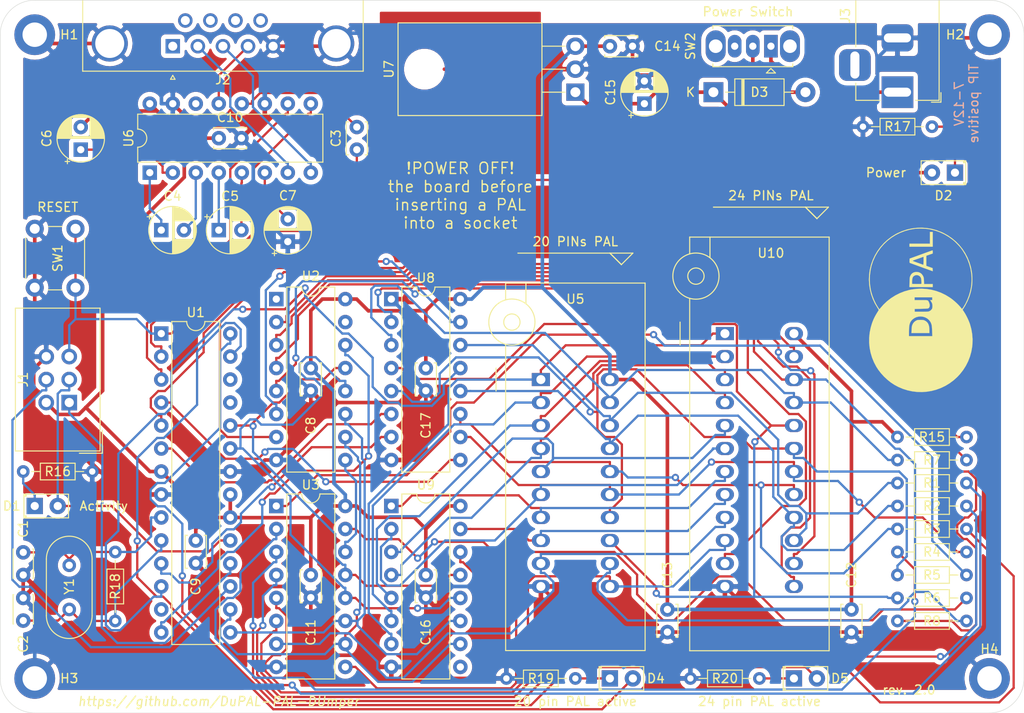
<source format=kicad_pcb>
(kicad_pcb (version 20171130) (host pcbnew 5.1.6-1.fc32)
  (layers (0 F.Cu signal hide) (31 B.Cu signal hide) (34 B.Paste user) (35 F.Paste user) (36 B.SilkS user) (37 F.SilkS user) (38 B.Mask user) (39 F.Mask user) (44 Edge.Cuts user))
  (net 0 "")
  (net 1 /XTAL1)
  (net 2 GND)
  (net 3 /XTAL2)
  (net 4 "Net-(C3-Pad2)")
  (net 5 /~RESET)
  (net 6 "Net-(C4-Pad2)")
  (net 7 "Net-(C4-Pad1)")
  (net 8 "Net-(C5-Pad2)")
  (net 9 "Net-(C5-Pad1)")
  (net 10 VCC)
  (net 11 "Net-(C6-Pad1)")
  (net 12 "Net-(C7-Pad2)")
  (net 13 /RECT_V12)
  (net 14 /SCK)
  (net 15 "Net-(D1-Pad1)")
  (net 16 "Net-(D2-Pad1)")
  (net 17 /SW_12V)
  (net 18 /MOSI)
  (net 19 /MISO)
  (net 20 /RS232-DTR)
  (net 21 /RS232-TX)
  (net 22 /RS232-RX)
  (net 23 +12V)
  (net 24 /TTL-TX)
  (net 25 /TTL-RX)
  (net 26 "Net-(U2-Pad9)")
  (net 27 "Net-(D4-Pad2)")
  (net 28 "Net-(D4-Pad1)")
  (net 29 "Net-(D5-Pad2)")
  (net 30 "Net-(D5-Pad1)")
  (net 31 "Net-(J2-Pad9)")
  (net 32 "Net-(J2-Pad8)")
  (net 33 "Net-(J2-Pad7)")
  (net 34 "Net-(J2-Pad6)")
  (net 35 "Net-(J2-Pad1)")
  (net 36 /P20_18)
  (net 37 /SIPO_O_14)
  (net 38 /P20_17)
  (net 39 /SIPO_O_13)
  (net 40 /P20_16)
  (net 41 /SIPO_O_12)
  (net 42 /P20_15)
  (net 43 /SIPO_O_11)
  (net 44 /P20_14)
  (net 45 /SIPO_O_10)
  (net 46 /P20_13)
  (net 47 /SIPO_O_9)
  (net 48 /P20_19)
  (net 49 /SIPO_O_8)
  (net 50 /P20_12)
  (net 51 /SIPO_O_7)
  (net 52 /SIPO_SER)
  (net 53 "Net-(U1-Pad13)")
  (net 54 "Net-(U1-Pad26)")
  (net 55 /PISO_SER)
  (net 56 "Net-(U1-Pad25)")
  (net 57 /PISO_CLK)
  (net 58 /~SIPO_OE)
  (net 59 /SIPO_RCLK)
  (net 60 /PISO_INH)
  (net 61 /PISO_SH)
  (net 62 /~PISO_CLR)
  (net 63 /~SIPO_CLR)
  (net 64 /SIPO_CLK)
  (net 65 /SIPO_O_1)
  (net 66 /P24_11)
  (net 67 /P24_13)
  (net 68 /P24_14)
  (net 69 /P24_23)
  (net 70 /SIPO_O_2)
  (net 71 /P20_9)
  (net 72 /P20_11)
  (net 73 "Net-(U3-Pad9)")
  (net 74 /P20_8)
  (net 75 /P20_7)
  (net 76 /P20_6)
  (net 77 /P20_5)
  (net 78 /P20_4)
  (net 79 /P20_3)
  (net 80 /P20_2)
  (net 81 /P20_1)
  (net 82 "Net-(U6-Pad14)")
  (net 83 "Net-(U9-Pad9)")
  (module logo:logo (layer F.Cu) (at 205.74 86.36 90)
    (fp_text reference G*** hide)
    (fp_text value LOGO hide)
  )
  (module MountingHole:MountingHole_2.7mm_M2.5_ISO7380_Pad (layer F.Cu) (at 200.66 129.54)
    (fp_text reference H4 (at 0 -3.25) (layer F.SilkS))
    (fp_text value MountingHole_Pad)
    (pad 1 thru_hole circle (at 0 0) (size 4.5 4.5) (drill 2.7) (layers *.Cu *.Mask) (net 2 GND))
  )
  (module MountingHole:MountingHole_2.7mm_M2.5_ISO7380_Pad (layer F.Cu) (at 95.25 129.54)
    (fp_text reference H3 (at 3.81 0) (layer F.SilkS))
    (fp_text value MountingHole_Pad)
    (pad 1 thru_hole circle (at 0 0) (size 4.5 4.5) (drill 2.7) (layers *.Cu *.Mask) (net 2 GND))
  )
  (module MountingHole:MountingHole_2.7mm_M2.5_ISO7380_Pad (layer F.Cu) (at 200.66 58.42)
    (fp_text reference H2 (at -3.81 0) (layer F.SilkS))
    (fp_text value MountingHole_Pad)
    (pad 1 thru_hole circle (at 0 0) (size 4.5 4.5) (drill 2.7) (layers *.Cu *.Mask) (net 2 GND))
  )
  (module MountingHole:MountingHole_2.7mm_M2.5_ISO7380_Pad (layer F.Cu) (at 95.25 58.42)
    (fp_text reference H1 (at 3.81 0) (layer F.SilkS))
    (fp_text value MountingHole_Pad)
    (pad 1 thru_hole circle (at 0 0) (size 4.5 4.5) (drill 2.7) (layers *.Cu *.Mask) (net 2 GND))
  )
  (module Socket:DIP_Socket-24_W4.3_W5.08_W7.62_W10.16_W10.9_3M_224-5248-00-0602J (layer F.Cu) (at 171.45 91.44)
    (fp_text reference U10 (at 5.08 -8.89) (layer F.SilkS))
    (fp_text value "24 Pin PAL")
    (pad 13 thru_hole oval (at 7.62 27.94) (size 2 1.44) (drill 1) (layers *.Cu *.Mask) (net 67 /P24_13))
    (pad 12 thru_hole oval (at 0 27.94) (size 2 1.44) (drill 1) (layers *.Cu *.Mask) (net 2 GND))
    (pad 14 thru_hole oval (at 7.62 25.4) (size 2 1.44) (drill 1) (layers *.Cu *.Mask) (net 68 /P24_14))
    (pad 11 thru_hole oval (at 0 25.4) (size 2 1.44) (drill 1) (layers *.Cu *.Mask) (net 66 /P24_11))
    (pad 15 thru_hole oval (at 7.62 22.86) (size 2 1.44) (drill 1) (layers *.Cu *.Mask) (net 36 /P20_18))
    (pad 10 thru_hole oval (at 0 22.86) (size 2 1.44) (drill 1) (layers *.Cu *.Mask) (net 72 /P20_11))
    (pad 16 thru_hole oval (at 7.62 20.32) (size 2 1.44) (drill 1) (layers *.Cu *.Mask) (net 38 /P20_17))
    (pad 9 thru_hole oval (at 0 20.32) (size 2 1.44) (drill 1) (layers *.Cu *.Mask) (net 71 /P20_9))
    (pad 17 thru_hole oval (at 7.62 17.78) (size 2 1.44) (drill 1) (layers *.Cu *.Mask) (net 40 /P20_16))
    (pad 8 thru_hole oval (at 0 17.78) (size 2 1.44) (drill 1) (layers *.Cu *.Mask) (net 74 /P20_8))
    (pad 18 thru_hole oval (at 7.62 15.24) (size 2 1.44) (drill 1) (layers *.Cu *.Mask) (net 42 /P20_15))
    (pad 7 thru_hole oval (at 0 15.24) (size 2 1.44) (drill 1) (layers *.Cu *.Mask) (net 75 /P20_7))
    (pad 19 thru_hole oval (at 7.62 12.7) (size 2 1.44) (drill 1) (layers *.Cu *.Mask) (net 44 /P20_14))
    (pad 6 thru_hole oval (at 0 12.7) (size 2 1.44) (drill 1) (layers *.Cu *.Mask) (net 76 /P20_6))
    (pad 20 thru_hole oval (at 7.62 10.16) (size 2 1.44) (drill 1) (layers *.Cu *.Mask) (net 46 /P20_13))
    (pad 5 thru_hole oval (at 0 10.16) (size 2 1.44) (drill 1) (layers *.Cu *.Mask) (net 77 /P20_5))
    (pad 21 thru_hole oval (at 7.62 7.62) (size 2 1.44) (drill 1) (layers *.Cu *.Mask) (net 48 /P20_19))
    (pad 4 thru_hole oval (at 0 7.62) (size 2 1.44) (drill 1) (layers *.Cu *.Mask) (net 78 /P20_4))
    (pad 22 thru_hole oval (at 7.62 5.08) (size 2 1.44) (drill 1) (layers *.Cu *.Mask) (net 50 /P20_12))
    (pad 3 thru_hole oval (at 0 5.08) (size 2 1.44) (drill 1) (layers *.Cu *.Mask) (net 79 /P20_3))
    (pad 23 thru_hole oval (at 7.62 2.54) (size 2 1.44) (drill 1) (layers *.Cu *.Mask) (net 69 /P24_23))
    (pad 2 thru_hole oval (at 0 2.54) (size 2 1.44) (drill 1) (layers *.Cu *.Mask) (net 80 /P20_2))
    (pad 24 thru_hole oval (at 7.62 0) (size 2 1.44) (drill 1) (layers *.Cu *.Mask) (net 10 VCC))
    (pad 1 thru_hole rect (at 0 0) (size 2 1.44) (drill 1) (layers *.Cu *.Mask) (net 81 /P20_1))
  )
  (module Package_DIP:DIP-16_W7.62mm (layer F.Cu) (at 134.62 110.49)
    (fp_text reference U9 (at 3.81 -2.33) (layer F.SilkS))
    (fp_text value 74HC595)
    (pad 16 thru_hole oval (at 7.62 0) (size 1.6 1.6) (drill 0.8) (layers *.Cu *.Mask) (net 10 VCC))
    (pad 8 thru_hole oval (at 0 17.78) (size 1.6 1.6) (drill 0.8) (layers *.Cu *.Mask) (net 2 GND))
    (pad 15 thru_hole oval (at 7.62 2.54) (size 1.6 1.6) (drill 0.8) (layers *.Cu *.Mask) (net 74 /P20_8))
    (pad 7 thru_hole oval (at 0 15.24) (size 1.6 1.6) (drill 0.8) (layers *.Cu *.Mask) (net 81 /P20_1))
    (pad 14 thru_hole oval (at 7.62 5.08) (size 1.6 1.6) (drill 0.8) (layers *.Cu *.Mask) (net 73 "Net-(U3-Pad9)"))
    (pad 6 thru_hole oval (at 0 12.7) (size 1.6 1.6) (drill 0.8) (layers *.Cu *.Mask) (net 80 /P20_2))
    (pad 13 thru_hole oval (at 7.62 7.62) (size 1.6 1.6) (drill 0.8) (layers *.Cu *.Mask) (net 58 /~SIPO_OE))
    (pad 5 thru_hole oval (at 0 10.16) (size 1.6 1.6) (drill 0.8) (layers *.Cu *.Mask) (net 79 /P20_3))
    (pad 12 thru_hole oval (at 7.62 10.16) (size 1.6 1.6) (drill 0.8) (layers *.Cu *.Mask) (net 59 /SIPO_RCLK))
    (pad 4 thru_hole oval (at 0 7.62) (size 1.6 1.6) (drill 0.8) (layers *.Cu *.Mask) (net 78 /P20_4))
    (pad 11 thru_hole oval (at 7.62 12.7) (size 1.6 1.6) (drill 0.8) (layers *.Cu *.Mask) (net 64 /SIPO_CLK))
    (pad 3 thru_hole oval (at 0 5.08) (size 1.6 1.6) (drill 0.8) (layers *.Cu *.Mask) (net 77 /P20_5))
    (pad 10 thru_hole oval (at 7.62 15.24) (size 1.6 1.6) (drill 0.8) (layers *.Cu *.Mask) (net 63 /~SIPO_CLR))
    (pad 2 thru_hole oval (at 0 2.54) (size 1.6 1.6) (drill 0.8) (layers *.Cu *.Mask) (net 76 /P20_6))
    (pad 9 thru_hole oval (at 7.62 17.78) (size 1.6 1.6) (drill 0.8) (layers *.Cu *.Mask) (net 83 "Net-(U9-Pad9)"))
    (pad 1 thru_hole rect (at 0 0) (size 1.6 1.6) (drill 0.8) (layers *.Cu *.Mask) (net 75 /P20_7))
  )
  (module Package_DIP:DIP-16_W7.62mm (layer F.Cu) (at 134.62 87.63)
    (fp_text reference U8 (at 3.81 -2.33) (layer F.SilkS))
    (fp_text value 74HC166)
    (pad 16 thru_hole oval (at 7.62 0) (size 1.6 1.6) (drill 0.8) (layers *.Cu *.Mask) (net 10 VCC))
    (pad 8 thru_hole oval (at 0 17.78) (size 1.6 1.6) (drill 0.8) (layers *.Cu *.Mask) (net 2 GND))
    (pad 15 thru_hole oval (at 7.62 2.54) (size 1.6 1.6) (drill 0.8) (layers *.Cu *.Mask) (net 61 /PISO_SH))
    (pad 7 thru_hole oval (at 0 15.24) (size 1.6 1.6) (drill 0.8) (layers *.Cu *.Mask) (net 57 /PISO_CLK))
    (pad 14 thru_hole oval (at 7.62 5.08) (size 1.6 1.6) (drill 0.8) (layers *.Cu *.Mask) (net 36 /P20_18))
    (pad 6 thru_hole oval (at 0 12.7) (size 1.6 1.6) (drill 0.8) (layers *.Cu *.Mask) (net 60 /PISO_INH))
    (pad 13 thru_hole oval (at 7.62 7.62) (size 1.6 1.6) (drill 0.8) (layers *.Cu *.Mask) (net 55 /PISO_SER))
    (pad 5 thru_hole oval (at 0 10.16) (size 1.6 1.6) (drill 0.8) (layers *.Cu *.Mask) (net 44 /P20_14))
    (pad 12 thru_hole oval (at 7.62 10.16) (size 1.6 1.6) (drill 0.8) (layers *.Cu *.Mask) (net 38 /P20_17))
    (pad 4 thru_hole oval (at 0 7.62) (size 1.6 1.6) (drill 0.8) (layers *.Cu *.Mask) (net 46 /P20_13))
    (pad 11 thru_hole oval (at 7.62 12.7) (size 1.6 1.6) (drill 0.8) (layers *.Cu *.Mask) (net 40 /P20_16))
    (pad 3 thru_hole oval (at 0 5.08) (size 1.6 1.6) (drill 0.8) (layers *.Cu *.Mask) (net 48 /P20_19))
    (pad 10 thru_hole oval (at 7.62 15.24) (size 1.6 1.6) (drill 0.8) (layers *.Cu *.Mask) (net 42 /P20_15))
    (pad 2 thru_hole oval (at 0 2.54) (size 1.6 1.6) (drill 0.8) (layers *.Cu *.Mask) (net 50 /P20_12))
    (pad 9 thru_hole oval (at 7.62 17.78) (size 1.6 1.6) (drill 0.8) (layers *.Cu *.Mask) (net 62 /~PISO_CLR))
    (pad 1 thru_hole rect (at 0 0) (size 1.6 1.6) (drill 0.8) (layers *.Cu *.Mask) (net 2 GND))
  )
  (module Package_TO_SOT_THT:TO-220-3_Horizontal_TabDown (layer F.Cu) (at 154.94 64.77 90)
    (fp_text reference U7 (at 2.54 -20.58 90) (layer F.SilkS))
    (fp_text value L7805)
    (pad 3 thru_hole oval (at 5.08 0 90) (size 1.905 2) (drill 1.1) (layers *.Cu *.Mask) (net 10 VCC))
    (pad 2 thru_hole oval (at 2.54 0 90) (size 1.905 2) (drill 1.1) (layers *.Cu *.Mask) (net 2 GND))
    (pad 1 thru_hole rect (at 0 0 90) (size 1.905 2) (drill 1.1) (layers *.Cu *.Mask) (net 13 /RECT_V12))
    (pad "" np_thru_hole oval (at 2.54 -16.66 90) (size 3.5 3.5) (drill 3.5) (layers *.Cu *.Mask))
  )
  (module Resistor_THT:R_Axial_DIN0204_L3.6mm_D1.6mm_P7.62mm_Horizontal (layer F.Cu) (at 175.26 129.54 180)
    (fp_text reference R20 (at 3.81 0) (layer F.SilkS))
    (fp_text value 680)
    (pad 2 thru_hole oval (at 7.62 0 180) (size 1.4 1.4) (drill 0.7) (layers *.Cu *.Mask) (net 2 GND))
    (pad 1 thru_hole circle (at 0 0 180) (size 1.4 1.4) (drill 0.7) (layers *.Cu *.Mask) (net 30 "Net-(D5-Pad1)"))
  )
  (module Resistor_THT:R_Axial_DIN0204_L3.6mm_D1.6mm_P7.62mm_Horizontal (layer F.Cu) (at 154.94 129.54 180)
    (fp_text reference R19 (at 3.81 0) (layer F.SilkS))
    (fp_text value 680)
    (pad 2 thru_hole oval (at 7.62 0 180) (size 1.4 1.4) (drill 0.7) (layers *.Cu *.Mask) (net 2 GND))
    (pad 1 thru_hole circle (at 0 0 180) (size 1.4 1.4) (drill 0.7) (layers *.Cu *.Mask) (net 28 "Net-(D4-Pad1)"))
  )
  (module LED_THT:LED_D2.0mm_W4.8mm_H2.5mm_FlatTop (layer F.Cu) (at 179.07 129.54)
    (fp_text reference D5 (at 5.08 0) (layer F.SilkS))
    (fp_text value PAL24_LED)
    (pad 2 thru_hole circle (at 2.54 0) (size 1.8 1.8) (drill 0.9) (layers *.Cu *.Mask) (net 29 "Net-(D5-Pad2)"))
    (pad 1 thru_hole rect (at 0 0) (size 1.8 1.8) (drill 0.9) (layers *.Cu *.Mask) (net 30 "Net-(D5-Pad1)"))
  )
  (module LED_THT:LED_D2.0mm_W4.8mm_H2.5mm_FlatTop (layer F.Cu) (at 158.75 129.54)
    (fp_text reference D4 (at 5.08 0) (layer F.SilkS))
    (fp_text value PAL20_LED)
    (pad 2 thru_hole circle (at 2.54 0) (size 1.8 1.8) (drill 0.9) (layers *.Cu *.Mask) (net 27 "Net-(D4-Pad2)"))
    (pad 1 thru_hole rect (at 0 0) (size 1.8 1.8) (drill 0.9) (layers *.Cu *.Mask) (net 28 "Net-(D4-Pad1)"))
  )
  (module Capacitor_THT:C_Disc_D3.4mm_W2.1mm_P2.50mm (layer F.Cu) (at 138.43 95.25 270)
    (fp_text reference C17 (at 6.35 0 90) (layer F.SilkS))
    (fp_text value 100nF)
    (pad 2 thru_hole circle (at 2.5 0 270) (size 1.6 1.6) (drill 0.8) (layers *.Cu *.Mask) (net 2 GND))
    (pad 1 thru_hole circle (at 0 0 270) (size 1.6 1.6) (drill 0.8) (layers *.Cu *.Mask) (net 10 VCC))
  )
  (module Capacitor_THT:C_Disc_D3.4mm_W2.1mm_P2.50mm (layer F.Cu) (at 138.43 118.11 270)
    (fp_text reference C16 (at 6.35 0 90) (layer F.SilkS))
    (fp_text value 100nF)
    (pad 2 thru_hole circle (at 2.5 0 270) (size 1.6 1.6) (drill 0.8) (layers *.Cu *.Mask) (net 2 GND))
    (pad 1 thru_hole circle (at 0 0 270) (size 1.6 1.6) (drill 0.8) (layers *.Cu *.Mask) (net 10 VCC))
  )
  (module Capacitor_THT:C_Disc_D3.4mm_W2.1mm_P2.50mm (layer F.Cu) (at 165.1 121.92 270)
    (fp_text reference C13 (at -3.81 0 90) (layer F.SilkS))
    (fp_text value 100nF)
    (pad 2 thru_hole circle (at 2.5 0 270) (size 1.6 1.6) (drill 0.8) (layers *.Cu *.Mask) (net 2 GND))
    (pad 1 thru_hole circle (at 0 0 270) (size 1.6 1.6) (drill 0.8) (layers *.Cu *.Mask) (net 10 VCC))
  )
  (module Crystal:Crystal_HC49-U_Vertical (layer F.Cu) (at 99.06 121.92 90)
    (fp_text reference Y1 (at 2.54 0 90) (layer F.SilkS))
    (fp_text value 8Mhz)
    (pad 2 thru_hole circle (at 4.88 0 90) (size 1.5 1.5) (drill 0.8) (layers *.Cu *.Mask) (net 1 /XTAL1))
    (pad 1 thru_hole circle (at 0 0 90) (size 1.5 1.5) (drill 0.8) (layers *.Cu *.Mask) (net 3 /XTAL2))
  )
  (module Package_DIP:DIP-16_W7.62mm (layer F.Cu) (at 107.95 73.66 90)
    (fp_text reference U6 (at 3.81 -2.33 90) (layer F.SilkS))
    (fp_text value MAX232)
    (pad 16 thru_hole oval (at 7.62 0 90) (size 1.6 1.6) (drill 0.8) (layers *.Cu *.Mask) (net 10 VCC))
    (pad 8 thru_hole oval (at 0 17.78 90) (size 1.6 1.6) (drill 0.8) (layers *.Cu *.Mask) (net 21 /RS232-TX))
    (pad 15 thru_hole oval (at 7.62 2.54 90) (size 1.6 1.6) (drill 0.8) (layers *.Cu *.Mask) (net 2 GND))
    (pad 7 thru_hole oval (at 0 15.24 90) (size 1.6 1.6) (drill 0.8) (layers *.Cu *.Mask) (net 22 /RS232-RX))
    (pad 14 thru_hole oval (at 7.62 5.08 90) (size 1.6 1.6) (drill 0.8) (layers *.Cu *.Mask) (net 82 "Net-(U6-Pad14)"))
    (pad 6 thru_hole oval (at 0 12.7 90) (size 1.6 1.6) (drill 0.8) (layers *.Cu *.Mask) (net 12 "Net-(C7-Pad2)"))
    (pad 13 thru_hole oval (at 7.62 7.62 90) (size 1.6 1.6) (drill 0.8) (layers *.Cu *.Mask) (net 20 /RS232-DTR))
    (pad 5 thru_hole oval (at 0 10.16 90) (size 1.6 1.6) (drill 0.8) (layers *.Cu *.Mask) (net 8 "Net-(C5-Pad2)"))
    (pad 12 thru_hole oval (at 7.62 10.16 90) (size 1.6 1.6) (drill 0.8) (layers *.Cu *.Mask) (net 4 "Net-(C3-Pad2)"))
    (pad 4 thru_hole oval (at 0 7.62 90) (size 1.6 1.6) (drill 0.8) (layers *.Cu *.Mask) (net 9 "Net-(C5-Pad1)"))
    (pad 11 thru_hole oval (at 7.62 12.7 90) (size 1.6 1.6) (drill 0.8) (layers *.Cu *.Mask) (net 2 GND))
    (pad 3 thru_hole oval (at 0 5.08 90) (size 1.6 1.6) (drill 0.8) (layers *.Cu *.Mask) (net 6 "Net-(C4-Pad2)"))
    (pad 10 thru_hole oval (at 7.62 15.24 90) (size 1.6 1.6) (drill 0.8) (layers *.Cu *.Mask) (net 24 /TTL-TX))
    (pad 2 thru_hole oval (at 0 2.54 90) (size 1.6 1.6) (drill 0.8) (layers *.Cu *.Mask) (net 11 "Net-(C6-Pad1)"))
    (pad 9 thru_hole oval (at 7.62 17.78 90) (size 1.6 1.6) (drill 0.8) (layers *.Cu *.Mask) (net 25 /TTL-RX))
    (pad 1 thru_hole rect (at 0 0 90) (size 1.6 1.6) (drill 0.8) (layers *.Cu *.Mask) (net 7 "Net-(C4-Pad1)"))
  )
  (module Socket:DIP_Socket-20_W4.3_W5.08_W7.62_W10.16_W10.9_3M_220-3342-00-0602J (layer F.Cu) (at 151.13 96.52)
    (fp_text reference U5 (at 3.81 -8.89) (layer F.SilkS))
    (fp_text value "20 Pin PAL")
    (pad 11 thru_hole oval (at 7.62 22.86) (size 2 1.44) (drill 1) (layers *.Cu *.Mask) (net 72 /P20_11))
    (pad 10 thru_hole oval (at 0 22.86) (size 2 1.44) (drill 1) (layers *.Cu *.Mask) (net 2 GND))
    (pad 12 thru_hole oval (at 7.62 20.32) (size 2 1.44) (drill 1) (layers *.Cu *.Mask) (net 50 /P20_12))
    (pad 9 thru_hole oval (at 0 20.32) (size 2 1.44) (drill 1) (layers *.Cu *.Mask) (net 71 /P20_9))
    (pad 13 thru_hole oval (at 7.62 17.78) (size 2 1.44) (drill 1) (layers *.Cu *.Mask) (net 46 /P20_13))
    (pad 8 thru_hole oval (at 0 17.78) (size 2 1.44) (drill 1) (layers *.Cu *.Mask) (net 74 /P20_8))
    (pad 14 thru_hole oval (at 7.62 15.24) (size 2 1.44) (drill 1) (layers *.Cu *.Mask) (net 44 /P20_14))
    (pad 7 thru_hole oval (at 0 15.24) (size 2 1.44) (drill 1) (layers *.Cu *.Mask) (net 75 /P20_7))
    (pad 15 thru_hole oval (at 7.62 12.7) (size 2 1.44) (drill 1) (layers *.Cu *.Mask) (net 42 /P20_15))
    (pad 6 thru_hole oval (at 0 12.7) (size 2 1.44) (drill 1) (layers *.Cu *.Mask) (net 76 /P20_6))
    (pad 16 thru_hole oval (at 7.62 10.16) (size 2 1.44) (drill 1) (layers *.Cu *.Mask) (net 40 /P20_16))
    (pad 5 thru_hole oval (at 0 10.16) (size 2 1.44) (drill 1) (layers *.Cu *.Mask) (net 77 /P20_5))
    (pad 17 thru_hole oval (at 7.62 7.62) (size 2 1.44) (drill 1) (layers *.Cu *.Mask) (net 38 /P20_17))
    (pad 4 thru_hole oval (at 0 7.62) (size 2 1.44) (drill 1) (layers *.Cu *.Mask) (net 78 /P20_4))
    (pad 18 thru_hole oval (at 7.62 5.08) (size 2 1.44) (drill 1) (layers *.Cu *.Mask) (net 36 /P20_18))
    (pad 3 thru_hole oval (at 0 5.08) (size 2 1.44) (drill 1) (layers *.Cu *.Mask) (net 79 /P20_3))
    (pad 19 thru_hole oval (at 7.62 2.54) (size 2 1.44) (drill 1) (layers *.Cu *.Mask) (net 48 /P20_19))
    (pad 2 thru_hole oval (at 0 2.54) (size 2 1.44) (drill 1) (layers *.Cu *.Mask) (net 80 /P20_2))
    (pad 20 thru_hole oval (at 7.62 0) (size 2 1.44) (drill 1) (layers *.Cu *.Mask) (net 10 VCC))
    (pad 1 thru_hole rect (at 0 0) (size 2 1.44) (drill 1) (layers *.Cu *.Mask) (net 81 /P20_1))
  )
  (module Package_DIP:DIP-16_W7.62mm (layer F.Cu) (at 121.92 110.49)
    (fp_text reference U3 (at 3.81 -2.33) (layer F.SilkS))
    (fp_text value 74HC595)
    (pad 16 thru_hole oval (at 7.62 0) (size 1.6 1.6) (drill 0.8) (layers *.Cu *.Mask) (net 10 VCC))
    (pad 8 thru_hole oval (at 0 17.78) (size 1.6 1.6) (drill 0.8) (layers *.Cu *.Mask) (net 2 GND))
    (pad 15 thru_hole oval (at 7.62 2.54) (size 1.6 1.6) (drill 0.8) (layers *.Cu *.Mask) (net 47 /SIPO_O_9))
    (pad 7 thru_hole oval (at 0 15.24) (size 1.6 1.6) (drill 0.8) (layers *.Cu *.Mask) (net 71 /P20_9))
    (pad 14 thru_hole oval (at 7.62 5.08) (size 1.6 1.6) (drill 0.8) (layers *.Cu *.Mask) (net 26 "Net-(U2-Pad9)"))
    (pad 6 thru_hole oval (at 0 12.7) (size 1.6 1.6) (drill 0.8) (layers *.Cu *.Mask) (net 72 /P20_11))
    (pad 13 thru_hole oval (at 7.62 7.62) (size 1.6 1.6) (drill 0.8) (layers *.Cu *.Mask) (net 58 /~SIPO_OE))
    (pad 5 thru_hole oval (at 0 10.16) (size 1.6 1.6) (drill 0.8) (layers *.Cu *.Mask) (net 37 /SIPO_O_14))
    (pad 12 thru_hole oval (at 7.62 10.16) (size 1.6 1.6) (drill 0.8) (layers *.Cu *.Mask) (net 59 /SIPO_RCLK))
    (pad 4 thru_hole oval (at 0 7.62) (size 1.6 1.6) (drill 0.8) (layers *.Cu *.Mask) (net 39 /SIPO_O_13))
    (pad 11 thru_hole oval (at 7.62 12.7) (size 1.6 1.6) (drill 0.8) (layers *.Cu *.Mask) (net 64 /SIPO_CLK))
    (pad 3 thru_hole oval (at 0 5.08) (size 1.6 1.6) (drill 0.8) (layers *.Cu *.Mask) (net 41 /SIPO_O_12))
    (pad 10 thru_hole oval (at 7.62 15.24) (size 1.6 1.6) (drill 0.8) (layers *.Cu *.Mask) (net 63 /~SIPO_CLR))
    (pad 2 thru_hole oval (at 0 2.54) (size 1.6 1.6) (drill 0.8) (layers *.Cu *.Mask) (net 43 /SIPO_O_11))
    (pad 9 thru_hole oval (at 7.62 17.78) (size 1.6 1.6) (drill 0.8) (layers *.Cu *.Mask) (net 73 "Net-(U3-Pad9)"))
    (pad 1 thru_hole rect (at 0 0) (size 1.6 1.6) (drill 0.8) (layers *.Cu *.Mask) (net 45 /SIPO_O_10))
  )
  (module Package_DIP:DIP-16_W7.62mm (layer F.Cu) (at 121.92 87.63)
    (fp_text reference U2 (at 3.81 -2.54) (layer F.SilkS))
    (fp_text value 74HC595)
    (pad 16 thru_hole oval (at 7.62 0) (size 1.6 1.6) (drill 0.8) (layers *.Cu *.Mask) (net 10 VCC))
    (pad 8 thru_hole oval (at 0 17.78) (size 1.6 1.6) (drill 0.8) (layers *.Cu *.Mask) (net 2 GND))
    (pad 15 thru_hole oval (at 7.62 2.54) (size 1.6 1.6) (drill 0.8) (layers *.Cu *.Mask) (net 65 /SIPO_O_1))
    (pad 7 thru_hole oval (at 0 15.24) (size 1.6 1.6) (drill 0.8) (layers *.Cu *.Mask) (net 49 /SIPO_O_8))
    (pad 14 thru_hole oval (at 7.62 5.08) (size 1.6 1.6) (drill 0.8) (layers *.Cu *.Mask) (net 52 /SIPO_SER))
    (pad 6 thru_hole oval (at 0 12.7) (size 1.6 1.6) (drill 0.8) (layers *.Cu *.Mask) (net 51 /SIPO_O_7))
    (pad 13 thru_hole oval (at 7.62 7.62) (size 1.6 1.6) (drill 0.8) (layers *.Cu *.Mask) (net 58 /~SIPO_OE))
    (pad 5 thru_hole oval (at 0 10.16) (size 1.6 1.6) (drill 0.8) (layers *.Cu *.Mask) (net 66 /P24_11))
    (pad 12 thru_hole oval (at 7.62 10.16) (size 1.6 1.6) (drill 0.8) (layers *.Cu *.Mask) (net 59 /SIPO_RCLK))
    (pad 4 thru_hole oval (at 0 7.62) (size 1.6 1.6) (drill 0.8) (layers *.Cu *.Mask) (net 67 /P24_13))
    (pad 11 thru_hole oval (at 7.62 12.7) (size 1.6 1.6) (drill 0.8) (layers *.Cu *.Mask) (net 64 /SIPO_CLK))
    (pad 3 thru_hole oval (at 0 5.08) (size 1.6 1.6) (drill 0.8) (layers *.Cu *.Mask) (net 68 /P24_14))
    (pad 10 thru_hole oval (at 7.62 15.24) (size 1.6 1.6) (drill 0.8) (layers *.Cu *.Mask) (net 63 /~SIPO_CLR))
    (pad 2 thru_hole oval (at 0 2.54) (size 1.6 1.6) (drill 0.8) (layers *.Cu *.Mask) (net 69 /P24_23))
    (pad 9 thru_hole oval (at 7.62 17.78) (size 1.6 1.6) (drill 0.8) (layers *.Cu *.Mask) (net 26 "Net-(U2-Pad9)"))
    (pad 1 thru_hole rect (at 0 0) (size 1.6 1.6) (drill 0.8) (layers *.Cu *.Mask) (net 70 /SIPO_O_2))
  )
  (module Package_DIP:DIP-28_W7.62mm (layer F.Cu) (at 109.22 91.44)
    (fp_text reference U1 (at 3.81 -2.33) (layer F.SilkS))
    (fp_text value ATmega8A-PU)
    (pad 28 thru_hole oval (at 7.62 0) (size 1.6 1.6) (drill 0.8) (layers *.Cu *.Mask) (net 29 "Net-(D5-Pad2)"))
    (pad 14 thru_hole oval (at 0 33.02) (size 1.6 1.6) (drill 0.8) (layers *.Cu *.Mask) (net 52 /SIPO_SER))
    (pad 27 thru_hole oval (at 7.62 2.54) (size 1.6 1.6) (drill 0.8) (layers *.Cu *.Mask) (net 27 "Net-(D4-Pad2)"))
    (pad 13 thru_hole oval (at 0 30.48) (size 1.6 1.6) (drill 0.8) (layers *.Cu *.Mask) (net 53 "Net-(U1-Pad13)"))
    (pad 26 thru_hole oval (at 7.62 5.08) (size 1.6 1.6) (drill 0.8) (layers *.Cu *.Mask) (net 54 "Net-(U1-Pad26)"))
    (pad 12 thru_hole oval (at 0 27.94) (size 1.6 1.6) (drill 0.8) (layers *.Cu *.Mask) (net 55 /PISO_SER))
    (pad 25 thru_hole oval (at 7.62 7.62) (size 1.6 1.6) (drill 0.8) (layers *.Cu *.Mask) (net 56 "Net-(U1-Pad25)"))
    (pad 11 thru_hole oval (at 0 25.4) (size 1.6 1.6) (drill 0.8) (layers *.Cu *.Mask) (net 57 /PISO_CLK))
    (pad 24 thru_hole oval (at 7.62 10.16) (size 1.6 1.6) (drill 0.8) (layers *.Cu *.Mask) (net 58 /~SIPO_OE))
    (pad 10 thru_hole oval (at 0 22.86) (size 1.6 1.6) (drill 0.8) (layers *.Cu *.Mask) (net 3 /XTAL2))
    (pad 23 thru_hole oval (at 7.62 12.7) (size 1.6 1.6) (drill 0.8) (layers *.Cu *.Mask) (net 59 /SIPO_RCLK))
    (pad 9 thru_hole oval (at 0 20.32) (size 1.6 1.6) (drill 0.8) (layers *.Cu *.Mask) (net 1 /XTAL1))
    (pad 22 thru_hole oval (at 7.62 15.24) (size 1.6 1.6) (drill 0.8) (layers *.Cu *.Mask) (net 2 GND))
    (pad 8 thru_hole oval (at 0 17.78) (size 1.6 1.6) (drill 0.8) (layers *.Cu *.Mask) (net 2 GND))
    (pad 21 thru_hole oval (at 7.62 17.78) (size 1.6 1.6) (drill 0.8) (layers *.Cu *.Mask) (net 10 VCC))
    (pad 7 thru_hole oval (at 0 15.24) (size 1.6 1.6) (drill 0.8) (layers *.Cu *.Mask) (net 10 VCC))
    (pad 20 thru_hole oval (at 7.62 20.32) (size 1.6 1.6) (drill 0.8) (layers *.Cu *.Mask) (net 10 VCC))
    (pad 6 thru_hole oval (at 0 12.7) (size 1.6 1.6) (drill 0.8) (layers *.Cu *.Mask) (net 60 /PISO_INH))
    (pad 19 thru_hole oval (at 7.62 22.86) (size 1.6 1.6) (drill 0.8) (layers *.Cu *.Mask) (net 14 /SCK))
    (pad 5 thru_hole oval (at 0 10.16) (size 1.6 1.6) (drill 0.8) (layers *.Cu *.Mask) (net 61 /PISO_SH))
    (pad 18 thru_hole oval (at 7.62 25.4) (size 1.6 1.6) (drill 0.8) (layers *.Cu *.Mask) (net 19 /MISO))
    (pad 4 thru_hole oval (at 0 7.62) (size 1.6 1.6) (drill 0.8) (layers *.Cu *.Mask) (net 62 /~PISO_CLR))
    (pad 17 thru_hole oval (at 7.62 27.94) (size 1.6 1.6) (drill 0.8) (layers *.Cu *.Mask) (net 18 /MOSI))
    (pad 3 thru_hole oval (at 0 5.08) (size 1.6 1.6) (drill 0.8) (layers *.Cu *.Mask) (net 24 /TTL-TX))
    (pad 16 thru_hole oval (at 7.62 30.48) (size 1.6 1.6) (drill 0.8) (layers *.Cu *.Mask) (net 63 /~SIPO_CLR))
    (pad 2 thru_hole oval (at 0 2.54) (size 1.6 1.6) (drill 0.8) (layers *.Cu *.Mask) (net 25 /TTL-RX))
    (pad 15 thru_hole oval (at 7.62 33.02) (size 1.6 1.6) (drill 0.8) (layers *.Cu *.Mask) (net 64 /SIPO_CLK))
    (pad 1 thru_hole rect (at 0 0) (size 1.6 1.6) (drill 0.8) (layers *.Cu *.Mask) (net 5 /~RESET))
  )
  (module Button_Switch_THT:SW_Slide_1P2T_CK_OS102011MS2Q (layer F.Cu) (at 176.53 59.69 180)
    (fp_text reference SW2 (at 8.89 0 90) (layer F.SilkS))
    (fp_text value Power)
    (pad "" thru_hole oval (at 6.1 0 180) (size 2.2 3.5) (drill 1.5) (layers *.Cu *.Mask))
    (pad "" thru_hole oval (at -2.1 0 180) (size 2.2 3.5) (drill 1.5) (layers *.Cu *.Mask))
    (pad 3 thru_hole oval (at 4 0 180) (size 1.5 2.5) (drill 0.8) (layers *.Cu *.Mask))
    (pad 2 thru_hole oval (at 2 0 180) (size 1.5 2.5) (drill 0.8) (layers *.Cu *.Mask) (net 17 /SW_12V))
    (pad 1 thru_hole rect (at 0 0 180) (size 1.5 2.5) (drill 0.8) (layers *.Cu *.Mask) (net 23 +12V))
  )
  (module Button_Switch_THT:SW_PUSH_6mm (layer F.Cu) (at 95.25 86.36 90)
    (fp_text reference SW1 (at 3.25 2.54 90) (layer F.SilkS))
    (fp_text value SW_Push)
    (pad 1 thru_hole circle (at 6.5 0 180) (size 2 2) (drill 1.1) (layers *.Cu *.Mask) (net 2 GND))
    (pad 2 thru_hole circle (at 6.5 4.5 180) (size 2 2) (drill 1.1) (layers *.Cu *.Mask) (net 5 /~RESET))
    (pad 1 thru_hole circle (at 0 0 180) (size 2 2) (drill 1.1) (layers *.Cu *.Mask) (net 2 GND))
    (pad 2 thru_hole circle (at 0 4.5 180) (size 2 2) (drill 1.1) (layers *.Cu *.Mask) (net 5 /~RESET))
  )
  (module Resistor_THT:R_Axial_DIN0204_L3.6mm_D1.6mm_P7.62mm_Horizontal (layer F.Cu) (at 104.14 123.19 90)
    (fp_text reference R18 (at 3.81 0 90) (layer F.SilkS))
    (fp_text value 1M)
    (pad 2 thru_hole oval (at 7.62 0 90) (size 1.4 1.4) (drill 0.7) (layers *.Cu *.Mask) (net 1 /XTAL1))
    (pad 1 thru_hole circle (at 0 0 90) (size 1.4 1.4) (drill 0.7) (layers *.Cu *.Mask) (net 3 /XTAL2))
  )
  (module Resistor_THT:R_Axial_DIN0204_L3.6mm_D1.6mm_P7.62mm_Horizontal (layer F.Cu) (at 194.31 68.58 180)
    (fp_text reference R17 (at 3.81 0) (layer F.SilkS))
    (fp_text value 1.2K)
    (pad 2 thru_hole oval (at 7.62 0 180) (size 1.4 1.4) (drill 0.7) (layers *.Cu *.Mask) (net 2 GND))
    (pad 1 thru_hole circle (at 0 0 180) (size 1.4 1.4) (drill 0.7) (layers *.Cu *.Mask) (net 16 "Net-(D2-Pad1)"))
  )
  (module Resistor_THT:R_Axial_DIN0204_L3.6mm_D1.6mm_P7.62mm_Horizontal (layer F.Cu) (at 93.98 106.68)
    (fp_text reference R16 (at 3.81 0) (layer F.SilkS))
    (fp_text value 680)
    (pad 2 thru_hole oval (at 7.62 0) (size 1.4 1.4) (drill 0.7) (layers *.Cu *.Mask) (net 2 GND))
    (pad 1 thru_hole circle (at 0 0) (size 1.4 1.4) (drill 0.7) (layers *.Cu *.Mask) (net 15 "Net-(D1-Pad1)"))
  )
  (module Resistor_THT:R_Axial_DIN0204_L3.6mm_D1.6mm_P7.62mm_Horizontal (layer F.Cu) (at 190.5 102.87)
    (fp_text reference R15 (at 3.81 0) (layer F.SilkS))
    (fp_text value 10K)
    (pad 2 thru_hole oval (at 7.62 0) (size 1.4 1.4) (drill 0.7) (layers *.Cu *.Mask) (net 5 /~RESET))
    (pad 1 thru_hole circle (at 0 0) (size 1.4 1.4) (drill 0.7) (layers *.Cu *.Mask) (net 10 VCC))
  )
  (module Resistor_THT:R_Axial_DIN0204_L3.6mm_D1.6mm_P7.62mm_Horizontal (layer F.Cu) (at 190.5 123.19)
    (fp_text reference R8 (at 3.81 0) (layer F.SilkS))
    (fp_text value 10K)
    (pad 2 thru_hole oval (at 7.62 0) (size 1.4 1.4) (drill 0.7) (layers *.Cu *.Mask) (net 50 /P20_12))
    (pad 1 thru_hole circle (at 0 0) (size 1.4 1.4) (drill 0.7) (layers *.Cu *.Mask) (net 51 /SIPO_O_7))
  )
  (module Resistor_THT:R_Axial_DIN0204_L3.6mm_D1.6mm_P7.62mm_Horizontal (layer F.Cu) (at 198.12 105.41 180)
    (fp_text reference R7 (at 3.81 0) (layer F.SilkS))
    (fp_text value 10K)
    (pad 2 thru_hole oval (at 7.62 0 180) (size 1.4 1.4) (drill 0.7) (layers *.Cu *.Mask) (net 48 /P20_19))
    (pad 1 thru_hole circle (at 0 0 180) (size 1.4 1.4) (drill 0.7) (layers *.Cu *.Mask) (net 49 /SIPO_O_8))
  )
  (module Resistor_THT:R_Axial_DIN0204_L3.6mm_D1.6mm_P7.62mm_Horizontal (layer F.Cu) (at 198.12 120.65 180)
    (fp_text reference R6 (at 3.81 0) (layer F.SilkS))
    (fp_text value 10K)
    (pad 2 thru_hole oval (at 7.62 0 180) (size 1.4 1.4) (drill 0.7) (layers *.Cu *.Mask) (net 46 /P20_13))
    (pad 1 thru_hole circle (at 0 0 180) (size 1.4 1.4) (drill 0.7) (layers *.Cu *.Mask) (net 47 /SIPO_O_9))
  )
  (module Resistor_THT:R_Axial_DIN0204_L3.6mm_D1.6mm_P7.62mm_Horizontal (layer F.Cu) (at 198.12 118.11 180)
    (fp_text reference R5 (at 3.81 0) (layer F.SilkS))
    (fp_text value 10K)
    (pad 2 thru_hole oval (at 7.62 0 180) (size 1.4 1.4) (drill 0.7) (layers *.Cu *.Mask) (net 44 /P20_14))
    (pad 1 thru_hole circle (at 0 0 180) (size 1.4 1.4) (drill 0.7) (layers *.Cu *.Mask) (net 45 /SIPO_O_10))
  )
  (module Resistor_THT:R_Axial_DIN0204_L3.6mm_D1.6mm_P7.62mm_Horizontal (layer F.Cu) (at 190.5 115.57)
    (fp_text reference R4 (at 3.81 0) (layer F.SilkS))
    (fp_text value 10K)
    (pad 2 thru_hole oval (at 7.62 0) (size 1.4 1.4) (drill 0.7) (layers *.Cu *.Mask) (net 42 /P20_15))
    (pad 1 thru_hole circle (at 0 0) (size 1.4 1.4) (drill 0.7) (layers *.Cu *.Mask) (net 43 /SIPO_O_11))
  )
  (module Resistor_THT:R_Axial_DIN0204_L3.6mm_D1.6mm_P7.62mm_Horizontal (layer F.Cu) (at 198.12 113.03 180)
    (fp_text reference R3 (at 3.81 0) (layer F.SilkS))
    (fp_text value 10K)
    (pad 2 thru_hole oval (at 7.62 0 180) (size 1.4 1.4) (drill 0.7) (layers *.Cu *.Mask) (net 40 /P20_16))
    (pad 1 thru_hole circle (at 0 0 180) (size 1.4 1.4) (drill 0.7) (layers *.Cu *.Mask) (net 41 /SIPO_O_12))
  )
  (module Resistor_THT:R_Axial_DIN0204_L3.6mm_D1.6mm_P7.62mm_Horizontal (layer F.Cu) (at 198.12 110.49 180)
    (fp_text reference R2 (at 3.81 0) (layer F.SilkS))
    (fp_text value 10K)
    (pad 2 thru_hole oval (at 7.62 0 180) (size 1.4 1.4) (drill 0.7) (layers *.Cu *.Mask) (net 38 /P20_17))
    (pad 1 thru_hole circle (at 0 0 180) (size 1.4 1.4) (drill 0.7) (layers *.Cu *.Mask) (net 39 /SIPO_O_13))
  )
  (module Resistor_THT:R_Axial_DIN0204_L3.6mm_D1.6mm_P7.62mm_Horizontal (layer F.Cu) (at 198.12 107.95 180)
    (fp_text reference R1 (at 3.81 0) (layer F.SilkS))
    (fp_text value 10K)
    (pad 2 thru_hole oval (at 7.62 0 180) (size 1.4 1.4) (drill 0.7) (layers *.Cu *.Mask) (net 36 /P20_18))
    (pad 1 thru_hole circle (at 0 0 180) (size 1.4 1.4) (drill 0.7) (layers *.Cu *.Mask) (net 37 /SIPO_O_14))
  )
  (module Connector_BarrelJack:BarrelJack_Horizontal (layer F.Cu) (at 190.5 64.77 270)
    (fp_text reference J3 (at -8.45 5.75 90) (layer F.SilkS))
    (fp_text value "Power IN")
    (pad 3 thru_hole roundrect (at -3 4.7 270) (size 3.5 3.5) (drill oval 3 1) (layers *.Cu *.Mask))
    (pad 2 thru_hole roundrect (at -6 0 270) (size 3 3.5) (drill oval 1 3) (layers *.Cu *.Mask) (net 2 GND))
    (pad 1 thru_hole rect (at 0 0 270) (size 3.5 3.5) (drill oval 1 3) (layers *.Cu *.Mask) (net 23 +12V))
  )
  (module Connector_Dsub:DSUB-9_Female_Horizontal_P2.77x2.84mm_EdgePinOffset4.94mm_Housed_MountingHolesOffset7.48mm (layer F.Cu) (at 110.49 59.69 180)
    (fp_text reference J2 (at -5.54 -3.7) (layer F.SilkS))
    (fp_text value RS232)
    (pad 0 thru_hole circle (at 6.96 0.3 180) (size 4 4) (drill 3.2) (layers *.Cu *.Mask) (net 2 GND))
    (pad 0 thru_hole circle (at -18.04 0.3 180) (size 4 4) (drill 3.2) (layers *.Cu *.Mask) (net 2 GND))
    (pad 9 thru_hole circle (at -9.695 2.84 180) (size 1.6 1.6) (drill 1) (layers *.Cu *.Mask) (net 31 "Net-(J2-Pad9)"))
    (pad 8 thru_hole circle (at -6.925 2.84 180) (size 1.6 1.6) (drill 1) (layers *.Cu *.Mask) (net 32 "Net-(J2-Pad8)"))
    (pad 7 thru_hole circle (at -4.155 2.84 180) (size 1.6 1.6) (drill 1) (layers *.Cu *.Mask) (net 33 "Net-(J2-Pad7)"))
    (pad 6 thru_hole circle (at -1.385 2.84 180) (size 1.6 1.6) (drill 1) (layers *.Cu *.Mask) (net 34 "Net-(J2-Pad6)"))
    (pad 5 thru_hole circle (at -11.08 0 180) (size 1.6 1.6) (drill 1) (layers *.Cu *.Mask) (net 2 GND))
    (pad 4 thru_hole circle (at -8.31 0 180) (size 1.6 1.6) (drill 1) (layers *.Cu *.Mask) (net 20 /RS232-DTR))
    (pad 3 thru_hole circle (at -5.54 0 180) (size 1.6 1.6) (drill 1) (layers *.Cu *.Mask) (net 21 /RS232-TX))
    (pad 2 thru_hole circle (at -2.77 0 180) (size 1.6 1.6) (drill 1) (layers *.Cu *.Mask) (net 22 /RS232-RX))
    (pad 1 thru_hole rect (at 0 0 180) (size 1.6 1.6) (drill 1) (layers *.Cu *.Mask) (net 35 "Net-(J2-Pad1)"))
  )
  (module Connector_IDC:IDC-Header_2x03_P2.54mm_Vertical (layer F.Cu) (at 99.06 99.06 180)
    (fp_text reference J1 (at 5.08 2.54 90) (layer F.SilkS))
    (fp_text value AVR-ISP-6)
    (pad 6 thru_hole oval (at 2.54 5.08 180) (size 1.7272 1.7272) (drill 1.016) (layers *.Cu *.Mask) (net 2 GND))
    (pad 5 thru_hole oval (at 0 5.08 180) (size 1.7272 1.7272) (drill 1.016) (layers *.Cu *.Mask) (net 5 /~RESET))
    (pad 4 thru_hole oval (at 2.54 2.54 180) (size 1.7272 1.7272) (drill 1.016) (layers *.Cu *.Mask) (net 18 /MOSI))
    (pad 3 thru_hole oval (at 0 2.54 180) (size 1.7272 1.7272) (drill 1.016) (layers *.Cu *.Mask) (net 14 /SCK))
    (pad 2 thru_hole oval (at 2.54 0 180) (size 1.7272 1.7272) (drill 1.016) (layers *.Cu *.Mask) (net 10 VCC))
    (pad 1 thru_hole rect (at 0 0 180) (size 1.7272 1.7272) (drill 1.016) (layers *.Cu *.Mask) (net 19 /MISO))
  )
  (module Diode_THT:D_DO-41_SOD81_P10.16mm_Horizontal (layer F.Cu) (at 170.18 64.77)
    (fp_text reference D3 (at 5.08 0) (layer F.SilkS))
    (fp_text value 1N4001)
    (fp_text user K (at -2.54 0) (layer F.SilkS))
    (pad 2 thru_hole oval (at 10.16 0) (size 2.2 2.2) (drill 1.1) (layers *.Cu *.Mask) (net 17 /SW_12V))
    (pad 1 thru_hole rect (at 0 0) (size 2.2 2.2) (drill 1.1) (layers *.Cu *.Mask) (net 13 /RECT_V12))
  )
  (module LED_THT:LED_D2.0mm_W4.8mm_H2.5mm_FlatTop (layer F.Cu) (at 196.85 73.66 180)
    (fp_text reference D2 (at 1.27 -2.54) (layer F.SilkS))
    (fp_text value POWER_LED)
    (pad 2 thru_hole circle (at 2.54 0 180) (size 1.8 1.8) (drill 0.9) (layers *.Cu *.Mask) (net 13 /RECT_V12))
    (pad 1 thru_hole rect (at 0 0 180) (size 1.8 1.8) (drill 0.9) (layers *.Cu *.Mask) (net 16 "Net-(D2-Pad1)"))
  )
  (module LED_THT:LED_D2.0mm_W4.8mm_H2.5mm_FlatTop (layer F.Cu) (at 95.25 110.49)
    (fp_text reference D1 (at -2.54 0) (layer F.SilkS))
    (fp_text value DATA_LED)
    (pad 2 thru_hole circle (at 2.54 0) (size 1.8 1.8) (drill 0.9) (layers *.Cu *.Mask) (net 14 /SCK))
    (pad 1 thru_hole rect (at 0 0) (size 1.8 1.8) (drill 0.9) (layers *.Cu *.Mask) (net 15 "Net-(D1-Pad1)"))
  )
  (module Capacitor_THT:CP_Radial_D5.0mm_P2.50mm (layer F.Cu) (at 162.56 66.04 90)
    (fp_text reference C15 (at 1.25 -3.75 90) (layer F.SilkS))
    (fp_text value 0.22uF)
    (pad 2 thru_hole circle (at 2.5 0 90) (size 1.6 1.6) (drill 0.8) (layers *.Cu *.Mask) (net 2 GND))
    (pad 1 thru_hole rect (at 0 0 90) (size 1.6 1.6) (drill 0.8) (layers *.Cu *.Mask) (net 13 /RECT_V12))
  )
  (module Capacitor_THT:C_Disc_D3.4mm_W2.1mm_P2.50mm (layer F.Cu) (at 158.75 59.69)
    (fp_text reference C14 (at 6.35 0) (layer F.SilkS))
    (fp_text value 100nF)
    (pad 2 thru_hole circle (at 2.5 0) (size 1.6 1.6) (drill 0.8) (layers *.Cu *.Mask) (net 2 GND))
    (pad 1 thru_hole circle (at 0 0) (size 1.6 1.6) (drill 0.8) (layers *.Cu *.Mask) (net 10 VCC))
  )
  (module Capacitor_THT:C_Disc_D3.4mm_W2.1mm_P2.50mm (layer F.Cu) (at 185.42 121.92 270)
    (fp_text reference C12 (at -3.81 0 90) (layer F.SilkS))
    (fp_text value 100nF)
    (pad 2 thru_hole circle (at 2.5 0 270) (size 1.6 1.6) (drill 0.8) (layers *.Cu *.Mask) (net 2 GND))
    (pad 1 thru_hole circle (at 0 0 270) (size 1.6 1.6) (drill 0.8) (layers *.Cu *.Mask) (net 10 VCC))
  )
  (module Capacitor_THT:C_Disc_D3.4mm_W2.1mm_P2.50mm (layer F.Cu) (at 125.73 118.11 270)
    (fp_text reference C11 (at 6.35 0 90) (layer F.SilkS))
    (fp_text value 100nF)
    (pad 2 thru_hole circle (at 2.5 0 270) (size 1.6 1.6) (drill 0.8) (layers *.Cu *.Mask) (net 2 GND))
    (pad 1 thru_hole circle (at 0 0 270) (size 1.6 1.6) (drill 0.8) (layers *.Cu *.Mask) (net 10 VCC))
  )
  (module Capacitor_THT:C_Disc_D3.4mm_W2.1mm_P2.50mm (layer F.Cu) (at 115.57 69.85)
    (fp_text reference C10 (at 1.25 -2.3) (layer F.SilkS))
    (fp_text value 100nF)
    (pad 2 thru_hole circle (at 2.5 0) (size 1.6 1.6) (drill 0.8) (layers *.Cu *.Mask) (net 2 GND))
    (pad 1 thru_hole circle (at 0 0) (size 1.6 1.6) (drill 0.8) (layers *.Cu *.Mask) (net 10 VCC))
  )
  (module Capacitor_THT:C_Disc_D3.4mm_W2.1mm_P2.50mm (layer F.Cu) (at 113.03 114.3 270)
    (fp_text reference C9 (at 5.08 0 90) (layer F.SilkS))
    (fp_text value 100nF)
    (pad 2 thru_hole circle (at 2.5 0 270) (size 1.6 1.6) (drill 0.8) (layers *.Cu *.Mask) (net 2 GND))
    (pad 1 thru_hole circle (at 0 0 270) (size 1.6 1.6) (drill 0.8) (layers *.Cu *.Mask) (net 10 VCC))
  )
  (module Capacitor_THT:C_Disc_D3.4mm_W2.1mm_P2.50mm (layer F.Cu) (at 125.73 95.25 270)
    (fp_text reference C8 (at 6.35 0 90) (layer F.SilkS))
    (fp_text value 100nF)
    (pad 2 thru_hole circle (at 2.5 0 270) (size 1.6 1.6) (drill 0.8) (layers *.Cu *.Mask) (net 2 GND))
    (pad 1 thru_hole circle (at 0 0 270) (size 1.6 1.6) (drill 0.8) (layers *.Cu *.Mask) (net 10 VCC))
  )
  (module Capacitor_THT:CP_Radial_D5.0mm_P2.50mm (layer F.Cu) (at 123.19 81.28 90)
    (fp_text reference C7 (at 5.08 0) (layer F.SilkS))
    (fp_text value 1.0uF)
    (pad 2 thru_hole circle (at 2.5 0 90) (size 1.6 1.6) (drill 0.8) (layers *.Cu *.Mask) (net 12 "Net-(C7-Pad2)"))
    (pad 1 thru_hole rect (at 0 0 90) (size 1.6 1.6) (drill 0.8) (layers *.Cu *.Mask) (net 2 GND))
  )
  (module Capacitor_THT:CP_Radial_D5.0mm_P2.50mm (layer F.Cu) (at 100.33 71.12 90)
    (fp_text reference C6 (at 1.25 -3.75 90) (layer F.SilkS))
    (fp_text value 1.0uF)
    (pad 2 thru_hole circle (at 2.5 0 90) (size 1.6 1.6) (drill 0.8) (layers *.Cu *.Mask) (net 10 VCC))
    (pad 1 thru_hole rect (at 0 0 90) (size 1.6 1.6) (drill 0.8) (layers *.Cu *.Mask) (net 11 "Net-(C6-Pad1)"))
  )
  (module Capacitor_THT:CP_Radial_D5.0mm_P2.50mm (layer F.Cu) (at 115.57 80.01)
    (fp_text reference C5 (at 1.25 -3.75) (layer F.SilkS))
    (fp_text value 1.0uF)
    (pad 2 thru_hole circle (at 2.5 0) (size 1.6 1.6) (drill 0.8) (layers *.Cu *.Mask) (net 8 "Net-(C5-Pad2)"))
    (pad 1 thru_hole rect (at 0 0) (size 1.6 1.6) (drill 0.8) (layers *.Cu *.Mask) (net 9 "Net-(C5-Pad1)"))
  )
  (module Capacitor_THT:CP_Radial_D5.0mm_P2.50mm (layer F.Cu) (at 109.22 80.01)
    (fp_text reference C4 (at 1.25 -3.75) (layer F.SilkS))
    (fp_text value 1.0uF)
    (pad 2 thru_hole circle (at 2.5 0) (size 1.6 1.6) (drill 0.8) (layers *.Cu *.Mask) (net 6 "Net-(C4-Pad2)"))
    (pad 1 thru_hole rect (at 0 0) (size 1.6 1.6) (drill 0.8) (layers *.Cu *.Mask) (net 7 "Net-(C4-Pad1)"))
  )
  (module Capacitor_THT:C_Disc_D3.4mm_W2.1mm_P2.50mm (layer F.Cu) (at 130.81 71.12 90)
    (fp_text reference C3 (at 1.25 -2.3 90) (layer F.SilkS))
    (fp_text value 100nF)
    (pad 2 thru_hole circle (at 2.5 0 90) (size 1.6 1.6) (drill 0.8) (layers *.Cu *.Mask) (net 4 "Net-(C3-Pad2)"))
    (pad 1 thru_hole circle (at 0 0 90) (size 1.6 1.6) (drill 0.8) (layers *.Cu *.Mask) (net 5 /~RESET))
  )
  (module Capacitor_THT:C_Disc_D3.0mm_W2.0mm_P2.50mm (layer F.Cu) (at 93.98 120.65 270)
    (fp_text reference C2 (at 5.08 0 90) (layer F.SilkS))
    (fp_text value 22pF)
    (pad 2 thru_hole circle (at 2.5 0 270) (size 1.6 1.6) (drill 0.8) (layers *.Cu *.Mask) (net 3 /XTAL2))
    (pad 1 thru_hole circle (at 0 0 270) (size 1.6 1.6) (drill 0.8) (layers *.Cu *.Mask) (net 2 GND))
  )
  (module Capacitor_THT:C_Disc_D3.0mm_W2.0mm_P2.50mm (layer F.Cu) (at 93.98 118.11 90)
    (fp_text reference C1 (at 5.08 0 90) (layer F.SilkS))
    (fp_text value 22pF)
    (pad 2 thru_hole circle (at 2.5 0 90) (size 1.6 1.6) (drill 0.8) (layers *.Cu *.Mask) (net 1 /XTAL1))
    (pad 1 thru_hole circle (at 0 0 90) (size 1.6 1.6) (drill 0.8) (layers *.Cu *.Mask) (net 2 GND))
  )
  (gr_text https://github.com/DuPAL-PAL-DUmper (at 115.57 132.08) (layer F.SilkS) (effects (font (size 1 1) (thickness 0.15) italic)))
  (gr_text "24 pin PAL active" (at 175.26 132.08) (layer F.SilkS) (effects (font (size 1 1))))
  (gr_text "20 pin PAL active" (at 154.94 132.08) (layer F.SilkS) (effects (font (size 1 1))))
  (gr_text "!POWER OFF!\nthe board before\ninserting a PAL\ninto a socket" (at 142.24 76.2) (layer F.SilkS) (effects (font (size 1.25 1.25))))
  (gr_line (start 180.34 77.47) (end 181.61 78.74) (layer F.SilkS) (width 0.12))
  (gr_line (start 182.88 77.47) (end 181.61 78.74) (layer F.SilkS) (width 0.12))
  (gr_line (start 181.61 78.74) (end 180.34 77.47) (layer F.SilkS) (width 0.12))
  (gr_text "24 PINs PAL" (at 176.53 76.2) (layer F.SilkS) (effects (font (size 1 1))))
  (gr_line (start 170.18 77.47) (end 182.88 77.47) (layer F.SilkS) (width 0.12))
  (gr_arc (start 95.25 58.42) (end 95.25 54.61) (angle -90) (layer Edge.Cuts) (width 0.05))
  (gr_arc (start 95.25 129.54) (end 91.44 129.54) (angle -90) (layer Edge.Cuts) (width 0.05))
  (gr_arc (start 200.66 129.54) (end 200.66 133.35) (angle -90) (layer Edge.Cuts) (width 0.05))
  (gr_arc (start 200.66 58.42) (end 204.47 58.42) (angle -90) (layer Edge.Cuts) (width 0.05))
  (gr_line (start 200.66 54.61) (end 95.25 54.61) (layer Edge.Cuts) (width 0.05))
  (gr_line (start 204.47 129.54) (end 204.47 58.42) (layer Edge.Cuts) (width 0.05))
  (gr_line (start 95.25 133.35) (end 200.66 133.35) (layer Edge.Cuts) (width 0.05))
  (gr_line (start 91.44 58.42) (end 91.44 129.54) (layer Edge.Cuts) (width 0.05))
  (gr_text "rev. 2.0\n" (at 191.77 130.81) (layer F.SilkS) (effects (font (size 1 1))))
  (gr_text Power (at 189.23 73.66) (layer F.SilkS) (effects (font (size 1 1))))
  (gr_text Activity (at 102.87 110.49) (layer F.SilkS) (effects (font (size 1 1))))
  (gr_text RESET (at 97.79 77.47) (layer F.SilkS) (effects (font (size 1 1))))
  (gr_text "7-12V\nTIP positive" (at 198.12 66.04 90) (layer B.SilkS) (effects (font (size 1 1)) (justify mirror)))
  (gr_text "Power Switch" (at 173.99 55.88) (layer F.SilkS) (effects (font (size 1 1))))
  (gr_line (start 161.29 82.55) (end 160.02 83.82) (layer F.SilkS) (width 0.12))
  (gr_line (start 158.75 82.55) (end 160.02 83.82) (layer F.SilkS) (width 0.12))
  (gr_line (start 160.02 83.82) (end 158.75 82.55) (layer F.SilkS) (width 0.12))
  (gr_line (start 148.59 82.55) (end 161.29 82.55) (layer F.SilkS) (width 0.12))
  (gr_text "20 PINs PAL" (at 154.94 81.28) (layer F.SilkS) (effects (font (size 1 1))))
  (segment (start 105.1653 115.57) (end 106.3711 115.57) (width 0.25) (layer B.Cu) (net 1))
  (segment (start 106.3711 115.57) (end 108.0947 113.8464) (width 0.25) (layer B.Cu) (net 1))
  (segment (start 108.0947 113.8464) (end 108.0947 111.76) (width 0.25) (layer B.Cu) (net 1))
  (segment (start 103.1147 115.57) (end 99.815 115.57) (width 0.25) (layer F.Cu) (net 1))
  (segment (start 99.815 115.57) (end 99.06 116.325) (width 0.25) (layer F.Cu) (net 1))
  (segment (start 93.98 115.61) (end 98.345 115.61) (width 0.25) (layer F.Cu) (net 1))
  (segment (start 98.345 115.61) (end 99.06 116.325) (width 0.25) (layer F.Cu) (net 1))
  (segment (start 99.06 116.325) (end 99.06 117.04) (width 0.25) (layer F.Cu) (net 1))
  (segment (start 104.14 115.57) (end 103.1147 115.57) (width 0.25) (layer F.Cu) (net 1))
  (segment (start 104.14 115.57) (end 105.1653 115.57) (width 0.25) (layer B.Cu) (net 1))
  (segment (start 109.22 111.76) (end 108.0947 111.76) (width 0.25) (layer B.Cu) (net 1))
  (segment (start 200.66 129.54) (end 195.54 124.42) (width 0.4) (layer F.Cu) (net 2))
  (segment (start 195.54 124.42) (end 185.42 124.42) (width 0.4) (layer F.Cu) (net 2))
  (segment (start 101.6 105.799) (end 105.021 109.22) (width 0.4) (layer F.Cu) (net 2))
  (segment (start 105.021 109.22) (end 107.9697 109.22) (width 0.4) (layer F.Cu) (net 2))
  (segment (start 96.52 93.98) (end 95.1329 95.3671) (width 0.4) (layer F.Cu) (net 2))
  (segment (start 95.1329 95.3671) (end 95.1329 99.564) (width 0.4) (layer F.Cu) (net 2))
  (segment (start 95.1329 99.564) (end 101.3679 105.799) (width 0.4) (layer F.Cu) (net 2))
  (segment (start 101.3679 105.799) (end 101.6 105.799) (width 0.4) (layer F.Cu) (net 2))
  (segment (start 101.6 106.68) (end 101.6 105.799) (width 0.4) (layer F.Cu) (net 2))
  (segment (start 125.73 97.75) (end 123.19 95.21) (width 0.4) (layer B.Cu) (net 2))
  (segment (start 123.19 95.21) (end 123.19 82.5303) (width 0.4) (layer B.Cu) (net 2))
  (segment (start 109.22 109.22) (end 107.9697 109.22) (width 0.4) (layer F.Cu) (net 2))
  (segment (start 138.43 126.9804) (end 140.9896 129.54) (width 0.4) (layer F.Cu) (net 2))
  (segment (start 140.9896 129.54) (end 147.32 129.54) (width 0.4) (layer F.Cu) (net 2))
  (segment (start 138.43 126.9804) (end 138.43 127) (width 0.4) (layer F.Cu) (net 2))
  (segment (start 138.43 127) (end 137.16 128.27) (width 0.4) (layer F.Cu) (net 2))
  (segment (start 137.16 128.27) (end 134.62 128.27) (width 0.4) (layer F.Cu) (net 2))
  (segment (start 138.43 120.61) (end 138.43 126.9804) (width 0.4) (layer F.Cu) (net 2))
  (segment (start 113.03 116.8) (end 114.34 118.11) (width 0.4) (layer F.Cu) (net 2))
  (segment (start 114.34 118.11) (end 118.4006 118.11) (width 0.4) (layer F.Cu) (net 2))
  (segment (start 118.4006 118.11) (end 119.6706 119.38) (width 0.4) (layer F.Cu) (net 2))
  (segment (start 119.6706 119.38) (end 124.5 119.38) (width 0.4) (layer F.Cu) (net 2))
  (segment (start 124.5 119.38) (end 125.73 120.61) (width 0.4) (layer F.Cu) (net 2))
  (segment (start 116.84 106.68) (end 118.0903 106.68) (width 0.4) (layer F.Cu) (net 2))
  (segment (start 121.92 105.41) (end 120.6697 105.41) (width 0.4) (layer F.Cu) (net 2))
  (segment (start 120.6697 105.41) (end 119.3997 106.68) (width 0.4) (layer F.Cu) (net 2))
  (segment (start 119.3997 106.68) (end 118.0903 106.68) (width 0.4) (layer F.Cu) (net 2))
  (segment (start 125.73 99.06) (end 125.73 101.6) (width 0.4) (layer F.Cu) (net 2))
  (segment (start 125.73 101.6) (end 121.92 105.41) (width 0.4) (layer F.Cu) (net 2))
  (segment (start 96.52 93.98) (end 96.52 92.6661) (width 0.4) (layer F.Cu) (net 2))
  (segment (start 96.52 92.6661) (end 95.25 91.3961) (width 0.4) (layer F.Cu) (net 2))
  (segment (start 95.25 91.3961) (end 95.25 86.36) (width 0.4) (layer F.Cu) (net 2))
  (segment (start 93.98 120.65) (end 95.25 121.92) (width 0.4) (layer B.Cu) (net 2))
  (segment (start 95.25 121.92) (end 95.25 129.54) (width 0.4) (layer B.Cu) (net 2))
  (segment (start 186.69 68.58) (end 185.5397 68.58) (width 0.4) (layer F.Cu) (net 2))
  (segment (start 161.905 62.885) (end 173.6329 62.885) (width 0.4) (layer F.Cu) (net 2))
  (segment (start 173.6329 62.885) (end 177.7183 66.9704) (width 0.4) (layer F.Cu) (net 2))
  (segment (start 177.7183 66.9704) (end 183.9301 66.9704) (width 0.4) (layer F.Cu) (net 2))
  (segment (start 183.9301 66.9704) (end 185.5397 68.58) (width 0.4) (layer F.Cu) (net 2))
  (segment (start 161.905 62.885) (end 161.25 62.23) (width 0.4) (layer F.Cu) (net 2))
  (segment (start 162.56 63.54) (end 161.905 62.885) (width 0.4) (layer F.Cu) (net 2))
  (segment (start 171.45 119.38) (end 171.45 120.5503) (width 0.4) (layer F.Cu) (net 2))
  (segment (start 165.1 124.42) (end 167.5803 124.42) (width 0.4) (layer F.Cu) (net 2))
  (segment (start 167.5803 124.42) (end 171.45 120.5503) (width 0.4) (layer F.Cu) (net 2))
  (segment (start 165.1 124.42) (end 156.17 124.42) (width 0.4) (layer F.Cu) (net 2))
  (segment (start 156.17 124.42) (end 151.13 119.38) (width 0.4) (layer F.Cu) (net 2))
  (segment (start 138.43 97.75) (end 136.8429 96.1629) (width 0.4) (layer B.Cu) (net 2))
  (segment (start 136.8429 96.1629) (end 136.8429 89.8529) (width 0.4) (layer B.Cu) (net 2))
  (segment (start 136.8429 89.8529) (end 134.62 87.63) (width 0.4) (layer B.Cu) (net 2))
  (segment (start 154.94 62.23) (end 156.4253 60.7447) (width 0.4) (layer B.Cu) (net 2))
  (segment (start 156.4253 60.7447) (end 156.4253 59.0456) (width 0.4) (layer B.Cu) (net 2))
  (segment (start 156.4253 59.0456) (end 155.6307 58.251) (width 0.4) (layer B.Cu) (net 2))
  (segment (start 155.6307 58.251) (end 129.669 58.251) (width 0.4) (layer B.Cu) (net 2))
  (segment (start 129.669 58.251) (end 128.53 59.39) (width 0.4) (layer B.Cu) (net 2))
  (segment (start 125.73 120.61) (end 125.73 126.9804) (width 0.4) (layer F.Cu) (net 2))
  (segment (start 120.65 66.04) (end 120.65 60.61) (width 0.4) (layer B.Cu) (net 2))
  (segment (start 120.65 60.61) (end 121.57 59.69) (width 0.4) (layer B.Cu) (net 2))
  (segment (start 123.19 81.28) (end 123.19 82.5303) (width 0.4) (layer B.Cu) (net 2))
  (segment (start 138.43 99.06) (end 125.73 99.06) (width 0.4) (layer F.Cu) (net 2))
  (segment (start 93.98 118.11) (end 101.6 110.49) (width 0.4) (layer B.Cu) (net 2))
  (segment (start 101.6 110.49) (end 101.6 106.68) (width 0.4) (layer B.Cu) (net 2))
  (segment (start 118.07 69.85) (end 119.38 71.16) (width 0.4) (layer B.Cu) (net 2))
  (segment (start 119.38 71.16) (end 119.38 77.47) (width 0.4) (layer B.Cu) (net 2))
  (segment (start 119.38 77.47) (end 123.19 81.28) (width 0.4) (layer B.Cu) (net 2))
  (segment (start 151.13 119.38) (end 139.66 119.38) (width 0.4) (layer B.Cu) (net 2))
  (segment (start 139.66 119.38) (end 138.43 120.61) (width 0.4) (layer B.Cu) (net 2))
  (segment (start 103.53 59.39) (end 96.22 59.39) (width 0.4) (layer F.Cu) (net 2))
  (segment (start 96.22 59.39) (end 95.25 58.42) (width 0.4) (layer F.Cu) (net 2))
  (segment (start 110.49 66.04) (end 109.2397 66.04) (width 0.4) (layer B.Cu) (net 2))
  (segment (start 109.2397 66.04) (end 109.2397 65.0997) (width 0.4) (layer B.Cu) (net 2))
  (segment (start 109.2397 65.0997) (end 103.53 59.39) (width 0.4) (layer B.Cu) (net 2))
  (segment (start 121.57 59.69) (end 128.23 59.69) (width 0.4) (layer F.Cu) (net 2))
  (segment (start 128.23 59.69) (end 128.53 59.39) (width 0.4) (layer F.Cu) (net 2))
  (segment (start 125.73 97.75) (end 125.73 99.06) (width 0.4) (layer F.Cu) (net 2))
  (segment (start 138.43 99.06) (end 138.43 104.14) (width 0.4) (layer F.Cu) (net 2))
  (segment (start 138.43 104.14) (end 137.16 105.41) (width 0.4) (layer F.Cu) (net 2))
  (segment (start 137.16 105.41) (end 134.62 105.41) (width 0.4) (layer F.Cu) (net 2))
  (segment (start 138.43 97.75) (end 138.43 99.06) (width 0.4) (layer F.Cu) (net 2))
  (segment (start 134.62 128.27) (end 133.3697 128.27) (width 0.4) (layer F.Cu) (net 2))
  (segment (start 125.73 126.9804) (end 132.0801 126.9804) (width 0.4) (layer F.Cu) (net 2))
  (segment (start 132.0801 126.9804) (end 133.3697 128.27) (width 0.4) (layer F.Cu) (net 2))
  (segment (start 125.73 126.9804) (end 125.73 127) (width 0.4) (layer F.Cu) (net 2))
  (segment (start 125.73 127) (end 124.46 128.27) (width 0.4) (layer F.Cu) (net 2))
  (segment (start 124.46 128.27) (end 121.92 128.27) (width 0.4) (layer F.Cu) (net 2))
  (segment (start 165.1 124.42) (end 167.64 126.96) (width 0.4) (layer B.Cu) (net 2))
  (segment (start 167.64 126.96) (end 167.64 129.54) (width 0.4) (layer B.Cu) (net 2))
  (segment (start 185.42 124.42) (end 176.49 124.42) (width 0.4) (layer F.Cu) (net 2))
  (segment (start 176.49 124.42) (end 171.45 119.38) (width 0.4) (layer F.Cu) (net 2))
  (segment (start 186.69 68.58) (end 186.69 67.4297) (width 0.4) (layer B.Cu) (net 2))
  (segment (start 190.5 58.77) (end 188.2996 60.9704) (width 0.4) (layer B.Cu) (net 2))
  (segment (start 188.2996 60.9704) (end 188.2996 65.8201) (width 0.4) (layer B.Cu) (net 2))
  (segment (start 188.2996 65.8201) (end 186.69 67.4297) (width 0.4) (layer B.Cu) (net 2))
  (segment (start 161.25 62.23) (end 154.94 62.23) (width 0.4) (layer F.Cu) (net 2))
  (segment (start 161.25 59.69) (end 161.25 62.23) (width 0.4) (layer F.Cu) (net 2))
  (segment (start 110.351 109.22) (end 110.49 109.22) (width 0.4) (layer B.Cu) (net 2))
  (segment (start 110.49 109.22) (end 113.03 106.68) (width 0.4) (layer B.Cu) (net 2))
  (segment (start 113.03 106.68) (end 116.84 106.68) (width 0.4) (layer B.Cu) (net 2))
  (segment (start 109.22 109.22) (end 110.351 109.22) (width 0.4) (layer B.Cu) (net 2))
  (segment (start 190.5 58.77) (end 200.31 58.77) (width 0.4) (layer F.Cu) (net 2))
  (segment (start 200.31 58.77) (end 200.66 58.42) (width 0.4) (layer F.Cu) (net 2))
  (segment (start 95.25 79.86) (end 95.25 86.36) (width 0.4) (layer F.Cu) (net 2))
  (segment (start 93.98 120.65) (end 93.98 118.11) (width 0.4) (layer F.Cu) (net 2))
  (segment (start 113.03 116.8) (end 114.28 115.55) (width 0.4) (layer B.Cu) (net 2))
  (segment (start 114.28 115.55) (end 114.28 113.149) (width 0.4) (layer B.Cu) (net 2))
  (segment (start 114.28 113.149) (end 110.351 109.22) (width 0.4) (layer B.Cu) (net 2))
  (segment (start 110.351 109.22) (end 109.22 109.22) (width 0.4) (layer B.Cu) (net 2))
  (segment (start 118.07 69.85) (end 116.8 68.58) (width 0.4) (layer F.Cu) (net 2))
  (segment (start 116.8 68.58) (end 113.03 68.58) (width 0.4) (layer F.Cu) (net 2))
  (segment (start 113.03 68.58) (end 110.49 66.04) (width 0.4) (layer F.Cu) (net 2))
  (segment (start 118.07 69.85) (end 120.61 67.31) (width 0.4) (layer F.Cu) (net 2))
  (segment (start 120.61 67.31) (end 120.61 66.08) (width 0.4) (layer F.Cu) (net 2))
  (segment (start 120.61 66.08) (end 120.65 66.04) (width 0.4) (layer F.Cu) (net 2))
  (segment (start 154.94 62.23) (end 140.480001 62.23) (width 0.4) (layer F.Cu) (net 2))
  (segment (start 104.14 123.19) (end 100.33 123.19) (width 0.25) (layer F.Cu) (net 3))
  (segment (start 100.33 123.19) (end 99.06 121.92) (width 0.25) (layer F.Cu) (net 3))
  (segment (start 93.98 123.15) (end 97.83 123.15) (width 0.25) (layer F.Cu) (net 3))
  (segment (start 97.83 123.15) (end 99.06 121.92) (width 0.25) (layer F.Cu) (net 3))
  (segment (start 109.22 114.3) (end 109.22 115.4253) (width 0.25) (layer B.Cu) (net 3))
  (segment (start 109.22 115.4253) (end 108.9387 115.4253) (width 0.25) (layer B.Cu) (net 3))
  (segment (start 108.9387 115.4253) (end 104.14 120.224) (width 0.25) (layer B.Cu) (net 3))
  (segment (start 104.14 120.224) (end 104.14 123.19) (width 0.25) (layer B.Cu) (net 3))
  (segment (start 118.11 66.04) (end 119.2353 66.04) (width 0.25) (layer F.Cu) (net 4))
  (segment (start 130.81 68.62) (end 127.0472 64.8572) (width 0.25) (layer F.Cu) (net 4))
  (segment (start 127.0472 64.8572) (end 120.1368 64.8572) (width 0.25) (layer F.Cu) (net 4))
  (segment (start 120.1368 64.8572) (end 119.2353 65.7587) (width 0.25) (layer F.Cu) (net 4))
  (segment (start 119.2353 65.7587) (end 119.2353 66.04) (width 0.25) (layer F.Cu) (net 4))
  (segment (start 130.81 74.4631) (end 168.6878 74.4631) (width 0.25) (layer F.Cu) (net 5))
  (segment (start 168.6878 74.4631) (end 197.0947 102.87) (width 0.25) (layer F.Cu) (net 5))
  (segment (start 110.3453 91.44) (end 121.6807 80.1046) (width 0.25) (layer F.Cu) (net 5))
  (segment (start 121.6807 80.1046) (end 125.1685 80.1046) (width 0.25) (layer F.Cu) (net 5))
  (segment (start 125.1685 80.1046) (end 130.81 74.4631) (width 0.25) (layer F.Cu) (net 5))
  (segment (start 130.81 74.4631) (end 130.81 71.12) (width 0.25) (layer F.Cu) (net 5))
  (segment (start 198.12 102.87) (end 197.0947 102.87) (width 0.25) (layer F.Cu) (net 5))
  (segment (start 109.22 91.44) (end 110.3453 91.44) (width 0.25) (layer F.Cu) (net 5))
  (segment (start 99.75 89.8398) (end 106.4945 89.8398) (width 0.25) (layer B.Cu) (net 5))
  (segment (start 106.4945 89.8398) (end 108.0947 91.44) (width 0.25) (layer B.Cu) (net 5))
  (segment (start 99.06 93.98) (end 99.06 90.5298) (width 0.25) (layer B.Cu) (net 5))
  (segment (start 99.06 90.5298) (end 99.75 89.8398) (width 0.25) (layer B.Cu) (net 5))
  (segment (start 99.75 86.36) (end 99.75 89.8398) (width 0.25) (layer B.Cu) (net 5))
  (segment (start 109.22 91.44) (end 108.0947 91.44) (width 0.25) (layer B.Cu) (net 5))
  (segment (start 99.75 79.86) (end 99.75 86.36) (width 0.25) (layer F.Cu) (net 5))
  (segment (start 111.72 80.01) (end 113.03 78.7) (width 0.25) (layer B.Cu) (net 6))
  (segment (start 113.03 78.7) (end 113.03 73.66) (width 0.25) (layer B.Cu) (net 6))
  (segment (start 109.22 80.01) (end 109.22 78.8847) (width 0.25) (layer B.Cu) (net 7))
  (segment (start 109.22 78.8847) (end 107.95 77.6147) (width 0.25) (layer B.Cu) (net 7))
  (segment (start 107.95 77.6147) (end 107.95 73.66) (width 0.25) (layer B.Cu) (net 7))
  (segment (start 118.11 73.66) (end 118.11 74.7853) (width 0.25) (layer F.Cu) (net 8))
  (segment (start 118.11 74.7853) (end 118.07 74.8253) (width 0.25) (layer F.Cu) (net 8))
  (segment (start 118.07 74.8253) (end 118.07 80.01) (width 0.25) (layer F.Cu) (net 8))
  (segment (start 115.57 80.01) (end 115.57 73.66) (width 0.25) (layer B.Cu) (net 9))
  (segment (start 100.8904 99.6007) (end 100.1171 100.374) (width 0.4) (layer F.Cu) (net 10))
  (segment (start 100.1171 100.374) (end 97.834 100.374) (width 0.4) (layer F.Cu) (net 10))
  (segment (start 97.834 100.374) (end 96.52 99.06) (width 0.4) (layer F.Cu) (net 10))
  (segment (start 112.3759 69.85) (end 111.76 70.4659) (width 0.4) (layer F.Cu) (net 10))
  (segment (start 111.76 70.4659) (end 111.76 74.1618) (width 0.4) (layer F.Cu) (net 10))
  (segment (start 111.76 74.1618) (end 102.7472 83.1746) (width 0.4) (layer F.Cu) (net 10))
  (segment (start 102.7472 83.1746) (end 102.7472 97.7439) (width 0.4) (layer F.Cu) (net 10))
  (segment (start 102.7472 97.7439) (end 100.8904 99.6007) (width 0.4) (layer F.Cu) (net 10))
  (segment (start 100.8904 99.6007) (end 107.9697 106.68) (width 0.4) (layer F.Cu) (net 10))
  (segment (start 109.22 106.68) (end 107.9697 106.68) (width 0.4) (layer F.Cu) (net 10))
  (segment (start 112.3759 69.85) (end 111.76 69.85) (width 0.4) (layer F.Cu) (net 10))
  (segment (start 111.76 69.85) (end 108.7574 66.8474) (width 0.4) (layer F.Cu) (net 10))
  (segment (start 115.57 69.85) (end 112.3759 69.85) (width 0.4) (layer F.Cu) (net 10))
  (segment (start 114.3 111.76) (end 109.22 106.68) (width 0.4) (layer F.Cu) (net 10))
  (segment (start 185.42 101.1874) (end 188.8174 101.1874) (width 0.4) (layer F.Cu) (net 10))
  (segment (start 188.8174 101.1874) (end 190.5 102.87) (width 0.4) (layer F.Cu) (net 10))
  (segment (start 185.42 101.1874) (end 185.42 97.79) (width 0.4) (layer F.Cu) (net 10))
  (segment (start 185.42 97.79) (end 179.07 91.44) (width 0.4) (layer F.Cu) (net 10))
  (segment (start 185.42 121.92) (end 185.42 101.1874) (width 0.4) (layer F.Cu) (net 10))
  (segment (start 165.1 121.92) (end 185.42 121.92) (width 0.4) (layer B.Cu) (net 10))
  (segment (start 165.1 121.92) (end 165.1 100.33) (width 0.4) (layer F.Cu) (net 10))
  (segment (start 165.1 100.33) (end 161.29 96.52) (width 0.4) (layer F.Cu) (net 10))
  (segment (start 161.29 96.52) (end 158.75 96.52) (width 0.4) (layer F.Cu) (net 10))
  (segment (start 142.24 87.63) (end 143.4903 87.63) (width 0.4) (layer B.Cu) (net 10))
  (segment (start 151.2951 86.3482) (end 158.75 93.8031) (width 0.4) (layer B.Cu) (net 10))
  (segment (start 158.75 93.8031) (end 158.75 96.52) (width 0.4) (layer B.Cu) (net 10))
  (segment (start 143.4903 87.63) (end 144.7721 86.3482) (width 0.4) (layer B.Cu) (net 10))
  (segment (start 144.7721 86.3482) (end 151.2951 86.3482) (width 0.4) (layer B.Cu) (net 10))
  (segment (start 154.94 59.69) (end 151.2951 63.3349) (width 0.4) (layer B.Cu) (net 10))
  (segment (start 151.2951 63.3349) (end 151.2951 86.3482) (width 0.4) (layer B.Cu) (net 10))
  (segment (start 116.84 111.76) (end 118.0903 111.76) (width 0.4) (layer F.Cu) (net 10))
  (segment (start 125.73 111.7796) (end 118.1099 111.7796) (width 0.4) (layer F.Cu) (net 10))
  (segment (start 118.1099 111.7796) (end 118.0903 111.76) (width 0.4) (layer F.Cu) (net 10))
  (segment (start 125.73 111.7796) (end 125.73 111.76) (width 0.4) (layer F.Cu) (net 10))
  (segment (start 125.73 111.76) (end 127 110.49) (width 0.4) (layer F.Cu) (net 10))
  (segment (start 127 110.49) (end 129.54 110.49) (width 0.4) (layer F.Cu) (net 10))
  (segment (start 125.73 118.11) (end 125.73 111.7796) (width 0.4) (layer F.Cu) (net 10))
  (segment (start 129.54 109.2397) (end 128.2897 107.9894) (width 0.4) (layer B.Cu) (net 10))
  (segment (start 128.2897 107.9894) (end 128.2897 97.8097) (width 0.4) (layer B.Cu) (net 10))
  (segment (start 128.2897 97.8097) (end 125.73 95.25) (width 0.4) (layer B.Cu) (net 10))
  (segment (start 108.7574 66.8474) (end 102.1026 66.8474) (width 0.4) (layer F.Cu) (net 10))
  (segment (start 102.1026 66.8474) (end 100.33 68.62) (width 0.4) (layer F.Cu) (net 10))
  (segment (start 108.7574 66.8474) (end 107.95 66.04) (width 0.4) (layer F.Cu) (net 10))
  (segment (start 138.43 113.03) (end 140.97 110.49) (width 0.4) (layer F.Cu) (net 10))
  (segment (start 140.97 110.49) (end 142.24 110.49) (width 0.4) (layer F.Cu) (net 10))
  (segment (start 129.54 87.63) (end 130.7903 87.63) (width 0.4) (layer F.Cu) (net 10))
  (segment (start 138.43 88.9196) (end 132.0799 88.9196) (width 0.4) (layer F.Cu) (net 10))
  (segment (start 132.0799 88.9196) (end 130.7903 87.63) (width 0.4) (layer F.Cu) (net 10))
  (segment (start 138.43 88.9196) (end 138.43 88.9) (width 0.4) (layer F.Cu) (net 10))
  (segment (start 138.43 88.9) (end 139.7 87.63) (width 0.4) (layer F.Cu) (net 10))
  (segment (start 139.7 87.63) (end 142.24 87.63) (width 0.4) (layer F.Cu) (net 10))
  (segment (start 138.43 95.25) (end 138.43 88.9196) (width 0.4) (layer F.Cu) (net 10))
  (segment (start 129.54 110.49) (end 129.54 109.2397) (width 0.4) (layer B.Cu) (net 10))
  (segment (start 129.54 110.49) (end 130.7903 110.49) (width 0.4) (layer F.Cu) (net 10))
  (segment (start 138.43 118.11) (end 138.43 113.03) (width 0.4) (layer F.Cu) (net 10))
  (segment (start 130.7903 110.49) (end 132.0406 111.7403) (width 0.4) (layer F.Cu) (net 10))
  (segment (start 132.0406 111.7403) (end 137.1403 111.7403) (width 0.4) (layer F.Cu) (net 10))
  (segment (start 137.1403 111.7403) (end 138.43 113.03) (width 0.4) (layer F.Cu) (net 10))
  (segment (start 116.84 111.76) (end 116.84 109.22) (width 0.4) (layer F.Cu) (net 10))
  (segment (start 113.03 114.3) (end 113.03 113.03) (width 0.4) (layer F.Cu) (net 10))
  (segment (start 113.03 113.03) (end 114.3 111.76) (width 0.4) (layer F.Cu) (net 10))
  (segment (start 114.3 111.76) (end 116.84 111.76) (width 0.4) (layer F.Cu) (net 10))
  (segment (start 125.73 95.25) (end 125.73 88.9) (width 0.4) (layer F.Cu) (net 10))
  (segment (start 125.73 88.9) (end 127 87.63) (width 0.4) (layer F.Cu) (net 10))
  (segment (start 127 87.63) (end 129.54 87.63) (width 0.4) (layer F.Cu) (net 10))
  (segment (start 158.75 59.69) (end 154.94 59.69) (width 0.4) (layer F.Cu) (net 10))
  (segment (start 110.49 73.66) (end 109.3647 73.66) (width 0.25) (layer F.Cu) (net 11))
  (segment (start 100.33 71.12) (end 107.528 71.12) (width 0.25) (layer F.Cu) (net 11))
  (segment (start 107.528 71.12) (end 109.3647 72.9567) (width 0.25) (layer F.Cu) (net 11))
  (segment (start 109.3647 72.9567) (end 109.3647 73.66) (width 0.25) (layer F.Cu) (net 11))
  (segment (start 123.19 78.78) (end 120.65 76.24) (width 0.25) (layer F.Cu) (net 12))
  (segment (start 120.65 76.24) (end 120.65 73.66) (width 0.25) (layer F.Cu) (net 12))
  (segment (start 194.31 73.66) (end 186.69 73.66) (width 0.4) (layer F.Cu) (net 13))
  (segment (start 186.69 73.66) (end 181.61 68.58) (width 0.4) (layer F.Cu) (net 13))
  (segment (start 181.61 68.58) (end 173.99 68.58) (width 0.4) (layer F.Cu) (net 13))
  (segment (start 173.99 68.58) (end 170.18 64.77) (width 0.4) (layer F.Cu) (net 13))
  (segment (start 162.56 66.04) (end 156.21 66.04) (width 0.4) (layer F.Cu) (net 13))
  (segment (start 156.21 66.04) (end 154.94 64.77) (width 0.4) (layer F.Cu) (net 13))
  (segment (start 170.18 64.77) (end 163.83 64.77) (width 0.4) (layer F.Cu) (net 13))
  (segment (start 163.83 64.77) (end 162.56 66.04) (width 0.4) (layer F.Cu) (net 13))
  (segment (start 115.7147 114.3) (end 114.515 115.4997) (width 0.25) (layer F.Cu) (net 14))
  (segment (start 114.515 115.4997) (end 108.747 115.4997) (width 0.25) (layer F.Cu) (net 14))
  (segment (start 108.747 115.4997) (end 103.7373 110.49) (width 0.25) (layer F.Cu) (net 14))
  (segment (start 103.7373 110.49) (end 97.79 110.49) (width 0.25) (layer F.Cu) (net 14))
  (segment (start 116.84 114.3) (end 115.7147 114.3) (width 0.25) (layer F.Cu) (net 14))
  (segment (start 99.06 96.52) (end 99.06 97.7089) (width 0.25) (layer B.Cu) (net 14))
  (segment (start 99.06 97.7089) (end 98.1683 97.7089) (width 0.25) (layer B.Cu) (net 14))
  (segment (start 98.1683 97.7089) (end 97.79 98.0872) (width 0.25) (layer B.Cu) (net 14))
  (segment (start 97.79 98.0872) (end 97.79 110.49) (width 0.25) (layer B.Cu) (net 14))
  (segment (start 95.25 110.49) (end 95.25 109.2647) (width 0.25) (layer B.Cu) (net 15))
  (segment (start 95.25 109.2647) (end 93.98 107.9947) (width 0.25) (layer B.Cu) (net 15))
  (segment (start 93.98 107.9947) (end 93.98 106.68) (width 0.25) (layer B.Cu) (net 15))
  (segment (start 194.31 68.58) (end 195.58 68.58) (width 0.25) (layer F.Cu) (net 16))
  (segment (start 195.58 68.58) (end 196.85 69.85) (width 0.25) (layer F.Cu) (net 16))
  (segment (start 196.85 69.85) (end 196.85 73.66) (width 0.25) (layer F.Cu) (net 16))
  (segment (start 174.53 59.69) (end 174.53 61.5) (width 0.4) (layer F.Cu) (net 17))
  (segment (start 174.53 61.5) (end 177.8 64.77) (width 0.4) (layer F.Cu) (net 17))
  (segment (start 177.8 64.77) (end 180.34 64.77) (width 0.4) (layer F.Cu) (net 17))
  (segment (start 96.52 96.52) (end 96.52 97.7089) (width 0.25) (layer B.Cu) (net 18))
  (segment (start 96.52 97.7089) (end 96.0742 97.7089) (width 0.25) (layer B.Cu) (net 18))
  (segment (start 96.0742 97.7089) (end 92.7908 100.9923) (width 0.25) (layer B.Cu) (net 18))
  (segment (start 92.7908 100.9923) (end 92.7908 118.6529) (width 0.25) (layer B.Cu) (net 18))
  (segment (start 92.7908 118.6529) (end 93.5517 119.4138) (width 0.25) (layer B.Cu) (net 18))
  (segment (start 93.5517 119.4138) (end 94.7759 119.4138) (width 0.25) (layer B.Cu) (net 18))
  (segment (start 94.7759 119.4138) (end 101.4496 126.0875) (width 0.25) (layer B.Cu) (net 18))
  (segment (start 101.4496 126.0875) (end 110.1325 126.0875) (width 0.25) (layer B.Cu) (net 18))
  (segment (start 110.1325 126.0875) (end 116.84 119.38) (width 0.25) (layer B.Cu) (net 18))
  (segment (start 116.84 116.84) (end 116.84 117.9653) (width 0.25) (layer B.Cu) (net 19))
  (segment (start 99.06 99.06) (end 99.06 100.2489) (width 0.25) (layer B.Cu) (net 19))
  (segment (start 99.06 100.2489) (end 102.7147 103.9036) (width 0.25) (layer B.Cu) (net 19))
  (segment (start 102.7147 103.9036) (end 102.7147 110.189) (width 0.25) (layer B.Cu) (net 19))
  (segment (start 102.7147 110.189) (end 102.654 110.2497) (width 0.25) (layer B.Cu) (net 19))
  (segment (start 102.654 110.2497) (end 102.654 123.9059) (width 0.25) (layer B.Cu) (net 19))
  (segment (start 102.654 123.9059) (end 104.3712 125.6231) (width 0.25) (layer B.Cu) (net 19))
  (segment (start 104.3712 125.6231) (end 109.6498 125.6231) (width 0.25) (layer B.Cu) (net 19))
  (segment (start 109.6498 125.6231) (end 110.49 124.7829) (width 0.25) (layer B.Cu) (net 19))
  (segment (start 110.49 124.7829) (end 110.49 124.1043) (width 0.25) (layer B.Cu) (net 19))
  (segment (start 110.49 124.1043) (end 116.629 117.9653) (width 0.25) (layer B.Cu) (net 19))
  (segment (start 116.629 117.9653) (end 116.84 117.9653) (width 0.25) (layer B.Cu) (net 19))
  (segment (start 118.8 59.69) (end 115.57 62.92) (width 0.25) (layer F.Cu) (net 20))
  (segment (start 115.57 62.92) (end 115.57 66.04) (width 0.25) (layer F.Cu) (net 20))
  (segment (start 125.73 73.66) (end 125.73 72.5347) (width 0.25) (layer B.Cu) (net 21))
  (segment (start 116.03 59.69) (end 119.3447 63.0047) (width 0.25) (layer B.Cu) (net 21))
  (segment (start 119.3447 63.0047) (end 119.3447 66.4307) (width 0.25) (layer B.Cu) (net 21))
  (segment (start 119.3447 66.4307) (end 125.4487 72.5347) (width 0.25) (layer B.Cu) (net 21))
  (segment (start 125.4487 72.5347) (end 125.73 72.5347) (width 0.25) (layer B.Cu) (net 21))
  (segment (start 123.19 73.66) (end 123.19 72.5347) (width 0.25) (layer B.Cu) (net 22))
  (segment (start 113.26 59.69) (end 116.84 63.27) (width 0.25) (layer B.Cu) (net 22))
  (segment (start 116.84 63.27) (end 116.84 66.3857) (width 0.25) (layer B.Cu) (net 22))
  (segment (start 116.84 66.3857) (end 122.989 72.5347) (width 0.25) (layer B.Cu) (net 22))
  (segment (start 122.989 72.5347) (end 123.19 72.5347) (width 0.25) (layer B.Cu) (net 22))
  (segment (start 190.5 64.77) (end 184.15 64.77) (width 0.4) (layer F.Cu) (net 23))
  (segment (start 184.15 64.77) (end 181.61 62.23) (width 0.4) (layer F.Cu) (net 23))
  (segment (start 181.61 62.23) (end 177.42 62.23) (width 0.4) (layer F.Cu) (net 23))
  (segment (start 177.42 62.23) (end 176.53 61.34) (width 0.4) (layer F.Cu) (net 23))
  (segment (start 176.53 61.34) (end 176.53 59.69) (width 0.4) (layer F.Cu) (net 23))
  (segment (start 123.19 67.1653) (end 122.9547 67.1653) (width 0.25) (layer F.Cu) (net 24))
  (segment (start 122.9547 67.1653) (end 116.84 73.28) (width 0.25) (layer F.Cu) (net 24))
  (segment (start 116.84 73.28) (end 116.84 81.1091) (width 0.25) (layer F.Cu) (net 24))
  (segment (start 116.84 81.1091) (end 107.6443 90.3048) (width 0.25) (layer F.Cu) (net 24))
  (segment (start 107.6443 90.3048) (end 107.6443 94.1003) (width 0.25) (layer F.Cu) (net 24))
  (segment (start 107.6443 94.1003) (end 108.9387 95.3947) (width 0.25) (layer F.Cu) (net 24))
  (segment (start 108.9387 95.3947) (end 109.22 95.3947) (width 0.25) (layer F.Cu) (net 24))
  (segment (start 123.19 66.04) (end 123.19 67.1653) (width 0.25) (layer F.Cu) (net 24))
  (segment (start 109.22 96.52) (end 109.22 95.3947) (width 0.25) (layer F.Cu) (net 24))
  (segment (start 125.73 66.04) (end 125.73 67.1653) (width 0.25) (layer F.Cu) (net 25))
  (segment (start 109.22 93.98) (end 109.22 92.8547) (width 0.25) (layer F.Cu) (net 25))
  (segment (start 109.22 92.8547) (end 108.5167 92.8547) (width 0.25) (layer F.Cu) (net 25))
  (segment (start 108.5167 92.8547) (end 108.0946 92.4326) (width 0.25) (layer F.Cu) (net 25))
  (segment (start 108.0946 92.4326) (end 108.0946 90.4914) (width 0.25) (layer F.Cu) (net 25))
  (segment (start 108.0946 90.4914) (end 108.7446 89.8414) (width 0.25) (layer F.Cu) (net 25))
  (segment (start 108.7446 89.8414) (end 109.8898 89.8414) (width 0.25) (layer F.Cu) (net 25))
  (segment (start 109.8898 89.8414) (end 119.38 80.3512) (width 0.25) (layer F.Cu) (net 25))
  (segment (start 119.38 80.3512) (end 119.38 73.234) (width 0.25) (layer F.Cu) (net 25))
  (segment (start 119.38 73.234) (end 125.4487 67.1653) (width 0.25) (layer F.Cu) (net 25))
  (segment (start 125.4487 67.1653) (end 125.73 67.1653) (width 0.25) (layer F.Cu) (net 25))
  (segment (start 129.54 115.57) (end 129.54 114.4447) (width 0.25) (layer B.Cu) (net 26))
  (segment (start 129.54 105.41) (end 129.54 106.5353) (width 0.25) (layer B.Cu) (net 26))
  (segment (start 129.54 106.5353) (end 130.7205 107.7158) (width 0.25) (layer B.Cu) (net 26))
  (segment (start 130.7205 107.7158) (end 130.7205 113.5455) (width 0.25) (layer B.Cu) (net 26))
  (segment (start 130.7205 113.5455) (end 129.8213 114.4447) (width 0.25) (layer B.Cu) (net 26))
  (segment (start 129.8213 114.4447) (end 129.54 114.4447) (width 0.25) (layer B.Cu) (net 26))
  (segment (start 106.5684 114.3469) (end 106.5684 105.1678) (width 0.25) (layer B.Cu) (net 27))
  (segment (start 106.5684 105.1678) (end 108.7642 102.972) (width 0.25) (layer B.Cu) (net 27))
  (segment (start 108.7642 102.972) (end 109.5046 102.972) (width 0.25) (layer B.Cu) (net 27))
  (segment (start 109.5046 102.972) (end 113.1731 99.3035) (width 0.25) (layer B.Cu) (net 27))
  (segment (start 113.1731 99.3035) (end 113.1731 93.4414) (width 0.25) (layer B.Cu) (net 27))
  (segment (start 113.1731 93.4414) (end 116.3407 90.2738) (width 0.25) (layer B.Cu) (net 27))
  (segment (start 116.3407 90.2738) (end 117.2803 90.2738) (width 0.25) (layer B.Cu) (net 27))
  (segment (start 117.2803 90.2738) (end 117.9852 90.9787) (width 0.25) (layer B.Cu) (net 27))
  (segment (start 117.9852 90.9787) (end 117.9852 92.8348) (width 0.25) (layer B.Cu) (net 27))
  (segment (start 117.9852 92.8348) (end 116.84 93.98) (width 0.25) (layer B.Cu) (net 27))
  (segment (start 106.5684 114.3469) (end 106.5684 118.3673) (width 0.25) (layer F.Cu) (net 27))
  (segment (start 106.5684 118.3673) (end 108.7065 120.5054) (width 0.25) (layer F.Cu) (net 27))
  (segment (start 108.7065 120.5054) (end 109.4219 120.5054) (width 0.25) (layer F.Cu) (net 27))
  (segment (start 109.4219 120.5054) (end 110.3454 121.4289) (width 0.25) (layer F.Cu) (net 27))
  (segment (start 110.3454 121.4289) (end 110.3454 121.7037) (width 0.25) (layer F.Cu) (net 27))
  (segment (start 110.3454 121.7037) (end 121.586 132.9443) (width 0.25) (layer F.Cu) (net 27))
  (segment (start 121.586 132.9443) (end 157.8857 132.9443) (width 0.25) (layer F.Cu) (net 27))
  (segment (start 157.8857 132.9443) (end 161.29 129.54) (width 0.25) (layer F.Cu) (net 27))
  (via (at 106.5684 114.3469) (size 0.8) (layers F.Cu B.Cu) (net 27))
  (segment (start 158.75 129.54) (end 154.94 129.54) (width 0.25) (layer F.Cu) (net 28))
  (segment (start 181.61 129.54) (end 180.3621 128.2921) (width 0.25) (layer F.Cu) (net 29))
  (segment (start 180.3621 128.2921) (end 154.2405 128.2921) (width 0.25) (layer F.Cu) (net 29))
  (segment (start 154.2405 128.2921) (end 150.0436 132.489) (width 0.25) (layer F.Cu) (net 29))
  (segment (start 150.0436 132.489) (end 121.8383 132.489) (width 0.25) (layer F.Cu) (net 29))
  (segment (start 121.8383 132.489) (end 111.5463 122.197) (width 0.25) (layer F.Cu) (net 29))
  (segment (start 111.5463 122.197) (end 111.5463 118.2043) (width 0.25) (layer F.Cu) (net 29))
  (segment (start 116.84 92.5653) (end 116.5586 92.5653) (width 0.25) (layer B.Cu) (net 29))
  (segment (start 116.5586 92.5653) (end 115.7147 93.4092) (width 0.25) (layer B.Cu) (net 29))
  (segment (start 115.7147 93.4092) (end 115.7147 101.8476) (width 0.25) (layer B.Cu) (net 29))
  (segment (start 115.7147 101.8476) (end 109.6123 107.95) (width 0.25) (layer B.Cu) (net 29))
  (segment (start 109.6123 107.95) (end 108.776 107.95) (width 0.25) (layer B.Cu) (net 29))
  (segment (start 108.776 107.95) (end 108.0446 108.6814) (width 0.25) (layer B.Cu) (net 29))
  (segment (start 108.0446 108.6814) (end 108.0446 109.7429) (width 0.25) (layer B.Cu) (net 29))
  (segment (start 108.0446 109.7429) (end 108.827 110.5253) (width 0.25) (layer B.Cu) (net 29))
  (segment (start 108.827 110.5253) (end 109.6093 110.5253) (width 0.25) (layer B.Cu) (net 29))
  (segment (start 109.6093 110.5253) (end 111.5463 112.4623) (width 0.25) (layer B.Cu) (net 29))
  (segment (start 111.5463 112.4623) (end 111.5463 118.2043) (width 0.25) (layer B.Cu) (net 29))
  (segment (start 116.84 91.44) (end 116.84 92.5653) (width 0.25) (layer B.Cu) (net 29))
  (via (at 111.5463 118.2043) (size 0.8) (layers F.Cu B.Cu) (net 29))
  (segment (start 179.07 129.54) (end 175.26 129.54) (width 0.25) (layer F.Cu) (net 30))
  (segment (start 190.5 107.95) (end 189.4747 107.95) (width 0.25) (layer B.Cu) (net 36))
  (segment (start 180.4346 111.3033) (end 180.4346 112.9354) (width 0.25) (layer B.Cu) (net 36))
  (segment (start 180.4346 112.9354) (end 179.07 114.3) (width 0.25) (layer B.Cu) (net 36))
  (segment (start 158.75 101.0773) (end 161.8461 97.9812) (width 0.25) (layer B.Cu) (net 36))
  (segment (start 161.8461 97.9812) (end 172.1484 97.9812) (width 0.25) (layer B.Cu) (net 36))
  (segment (start 172.1484 97.9812) (end 177.3329 103.1657) (width 0.25) (layer B.Cu) (net 36))
  (segment (start 177.3329 103.1657) (end 177.3329 109.2435) (width 0.25) (layer B.Cu) (net 36))
  (segment (start 177.3329 109.2435) (end 178.5794 110.49) (width 0.25) (layer B.Cu) (net 36))
  (segment (start 178.5794 110.49) (end 179.6213 110.49) (width 0.25) (layer B.Cu) (net 36))
  (segment (start 179.6213 110.49) (end 180.4346 111.3033) (width 0.25) (layer B.Cu) (net 36))
  (segment (start 189.4747 107.95) (end 186.1214 111.3033) (width 0.25) (layer B.Cu) (net 36))
  (segment (start 186.1214 111.3033) (end 180.4346 111.3033) (width 0.25) (layer B.Cu) (net 36))
  (segment (start 158.75 101.0773) (end 158.75 100.5547) (width 0.25) (layer B.Cu) (net 36))
  (segment (start 158.75 101.6) (end 158.75 101.0773) (width 0.25) (layer B.Cu) (net 36))
  (segment (start 142.24 92.71) (end 150.2242 92.71) (width 0.25) (layer B.Cu) (net 36))
  (segment (start 150.2242 92.71) (end 158.0689 100.5547) (width 0.25) (layer B.Cu) (net 36))
  (segment (start 158.0689 100.5547) (end 158.75 100.5547) (width 0.25) (layer B.Cu) (net 36))
  (segment (start 121.92 120.65) (end 121.92 121.7753) (width 0.25) (layer F.Cu) (net 37))
  (segment (start 123.6763 130.2778) (end 122.2575 130.2778) (width 0.25) (layer F.Cu) (net 37))
  (segment (start 122.2575 130.2778) (end 120.7223 128.7426) (width 0.25) (layer F.Cu) (net 37))
  (segment (start 120.7223 128.7426) (end 120.7223 127.7835) (width 0.25) (layer F.Cu) (net 37))
  (segment (start 120.7223 127.7835) (end 121.5411 126.9647) (width 0.25) (layer F.Cu) (net 37))
  (segment (start 121.5411 126.9647) (end 122.3581 126.9647) (width 0.25) (layer F.Cu) (net 37))
  (segment (start 122.3581 126.9647) (end 123.0453 126.2775) (width 0.25) (layer F.Cu) (net 37))
  (segment (start 123.0453 126.2775) (end 123.0453 122.6192) (width 0.25) (layer F.Cu) (net 37))
  (segment (start 123.0453 122.6192) (end 122.2014 121.7753) (width 0.25) (layer F.Cu) (net 37))
  (segment (start 122.2014 121.7753) (end 121.92 121.7753) (width 0.25) (layer F.Cu) (net 37))
  (segment (start 198.12 107.95) (end 199.6436 109.4736) (width 0.25) (layer B.Cu) (net 37))
  (segment (start 199.6436 109.4736) (end 199.6436 123.8062) (width 0.25) (layer B.Cu) (net 37))
  (segment (start 199.6436 123.8062) (end 192.2316 131.2182) (width 0.25) (layer B.Cu) (net 37))
  (segment (start 192.2316 131.2182) (end 124.6167 131.2182) (width 0.25) (layer B.Cu) (net 37))
  (segment (start 124.6167 131.2182) (end 123.6763 130.2778) (width 0.25) (layer B.Cu) (net 37))
  (via (at 123.6763 130.2778) (size 0.8) (layers F.Cu B.Cu) (net 37))
  (segment (start 158.75 103.6173) (end 161.8567 100.5106) (width 0.25) (layer B.Cu) (net 38))
  (segment (start 161.8567 100.5106) (end 172.9045 100.5106) (width 0.25) (layer B.Cu) (net 38))
  (segment (start 172.9045 100.5106) (end 176.7894 104.3955) (width 0.25) (layer B.Cu) (net 38))
  (segment (start 176.7894 104.3955) (end 176.7894 109.4794) (width 0.25) (layer B.Cu) (net 38))
  (segment (start 176.7894 109.4794) (end 179.07 111.76) (width 0.25) (layer B.Cu) (net 38))
  (segment (start 143.3653 97.79) (end 153.0105 97.79) (width 0.25) (layer B.Cu) (net 38))
  (segment (start 153.0105 97.79) (end 158.3152 103.0947) (width 0.25) (layer B.Cu) (net 38))
  (segment (start 158.3152 103.0947) (end 158.75 103.0947) (width 0.25) (layer B.Cu) (net 38))
  (segment (start 158.75 104.14) (end 158.75 103.6173) (width 0.25) (layer B.Cu) (net 38))
  (segment (start 158.75 103.6173) (end 158.75 103.0947) (width 0.25) (layer B.Cu) (net 38))
  (segment (start 179.07 111.76) (end 179.07 112.8053) (width 0.25) (layer B.Cu) (net 38))
  (segment (start 142.24 97.79) (end 143.3653 97.79) (width 0.25) (layer B.Cu) (net 38))
  (segment (start 190.5 110.49) (end 189.4747 110.49) (width 0.25) (layer B.Cu) (net 38))
  (segment (start 189.4747 110.49) (end 184.6076 115.3571) (width 0.25) (layer B.Cu) (net 38))
  (segment (start 184.6076 115.3571) (end 178.3552 115.3571) (width 0.25) (layer B.Cu) (net 38))
  (segment (start 178.3552 115.3571) (end 177.7312 114.7331) (width 0.25) (layer B.Cu) (net 38))
  (segment (start 177.7312 114.7331) (end 177.7312 113.8379) (width 0.25) (layer B.Cu) (net 38))
  (segment (start 177.7312 113.8379) (end 178.7638 112.8053) (width 0.25) (layer B.Cu) (net 38))
  (segment (start 178.7638 112.8053) (end 179.07 112.8053) (width 0.25) (layer B.Cu) (net 38))
  (segment (start 120.4367 123.6895) (end 119.8032 124.323) (width 0.25) (layer F.Cu) (net 39))
  (segment (start 119.8032 124.323) (end 119.8032 129.1042) (width 0.25) (layer F.Cu) (net 39))
  (segment (start 119.8032 129.1042) (end 122.2873 131.5883) (width 0.25) (layer F.Cu) (net 39))
  (segment (start 122.2873 131.5883) (end 148.2048 131.5883) (width 0.25) (layer F.Cu) (net 39))
  (segment (start 148.2048 131.5883) (end 152.6694 127.1237) (width 0.25) (layer F.Cu) (net 39))
  (segment (start 152.6694 127.1237) (end 195.2535 127.1237) (width 0.25) (layer F.Cu) (net 39))
  (segment (start 198.12 110.49) (end 199.1932 111.5632) (width 0.25) (layer B.Cu) (net 39))
  (segment (start 199.1932 111.5632) (end 199.1932 123.6197) (width 0.25) (layer B.Cu) (net 39))
  (segment (start 199.1932 123.6197) (end 195.6892 127.1237) (width 0.25) (layer B.Cu) (net 39))
  (segment (start 195.6892 127.1237) (end 195.2535 127.1237) (width 0.25) (layer B.Cu) (net 39))
  (segment (start 121.92 118.11) (end 121.92 119.2353) (width 0.25) (layer B.Cu) (net 39))
  (segment (start 121.92 119.2353) (end 121.6387 119.2353) (width 0.25) (layer B.Cu) (net 39))
  (segment (start 121.6387 119.2353) (end 120.4367 120.4373) (width 0.25) (layer B.Cu) (net 39))
  (segment (start 120.4367 120.4373) (end 120.4367 123.6895) (width 0.25) (layer B.Cu) (net 39))
  (via (at 120.4367 123.6895) (size 0.8) (layers F.Cu B.Cu) (net 39))
  (via (at 195.2535 127.1237) (size 0.8) (layers F.Cu B.Cu) (net 39))
  (segment (start 175.4385 108.1747) (end 166.8192 108.1747) (width 0.25) (layer F.Cu) (net 40))
  (segment (start 166.8192 108.1747) (end 165.9823 107.3378) (width 0.25) (layer F.Cu) (net 40))
  (segment (start 160.0753 106.68) (end 160.7331 107.3378) (width 0.25) (layer B.Cu) (net 40))
  (segment (start 160.7331 107.3378) (end 165.9823 107.3378) (width 0.25) (layer B.Cu) (net 40))
  (segment (start 189.4747 113.03) (end 184.5755 117.9292) (width 0.25) (layer B.Cu) (net 40))
  (segment (start 184.5755 117.9292) (end 178.3293 117.9292) (width 0.25) (layer B.Cu) (net 40))
  (segment (start 178.3293 117.9292) (end 175.4385 115.0384) (width 0.25) (layer B.Cu) (net 40))
  (segment (start 175.4385 115.0384) (end 175.4385 108.1747) (width 0.25) (layer B.Cu) (net 40))
  (segment (start 190.5 113.03) (end 189.4747 113.03) (width 0.25) (layer B.Cu) (net 40))
  (segment (start 179.07 108.1747) (end 175.4385 108.1747) (width 0.25) (layer F.Cu) (net 40))
  (segment (start 179.07 109.22) (end 179.07 108.1747) (width 0.25) (layer F.Cu) (net 40))
  (segment (start 158.75 106.68) (end 160.0753 106.68) (width 0.25) (layer B.Cu) (net 40))
  (segment (start 158.75 106.68) (end 158.75 105.6347) (width 0.25) (layer F.Cu) (net 40))
  (segment (start 142.24 100.33) (end 142.24 101.4553) (width 0.25) (layer F.Cu) (net 40))
  (segment (start 142.24 101.4553) (end 143.3652 101.4553) (width 0.25) (layer F.Cu) (net 40))
  (segment (start 143.3652 101.4553) (end 147.5446 105.6347) (width 0.25) (layer F.Cu) (net 40))
  (segment (start 147.5446 105.6347) (end 158.75 105.6347) (width 0.25) (layer F.Cu) (net 40))
  (via (at 175.4385 108.1747) (size 0.8) (layers F.Cu B.Cu) (net 40))
  (via (at 165.9823 107.3378) (size 0.8) (layers F.Cu B.Cu) (net 40))
  (segment (start 119.3528 123.7314) (end 119.3528 129.3666) (width 0.25) (layer F.Cu) (net 41))
  (segment (start 119.3528 129.3666) (end 122.0249 132.0387) (width 0.25) (layer F.Cu) (net 41))
  (segment (start 122.0249 132.0387) (end 149.0281 132.0387) (width 0.25) (layer F.Cu) (net 41))
  (segment (start 149.0281 132.0387) (end 153.2396 127.8272) (width 0.25) (layer F.Cu) (net 41))
  (segment (start 153.2396 127.8272) (end 184.2344 127.8272) (width 0.25) (layer F.Cu) (net 41))
  (segment (start 184.2344 127.8272) (end 188.5919 132.1847) (width 0.25) (layer F.Cu) (net 41))
  (segment (start 188.5919 132.1847) (end 201.728 132.1847) (width 0.25) (layer F.Cu) (net 41))
  (segment (start 201.728 132.1847) (end 203.3275 130.5852) (width 0.25) (layer F.Cu) (net 41))
  (segment (start 203.3275 130.5852) (end 203.3275 118.2375) (width 0.25) (layer F.Cu) (net 41))
  (segment (start 203.3275 118.2375) (end 198.12 113.03) (width 0.25) (layer F.Cu) (net 41))
  (segment (start 121.92 116.6953) (end 121.6387 116.6953) (width 0.25) (layer B.Cu) (net 41))
  (segment (start 121.6387 116.6953) (end 119.3528 118.9812) (width 0.25) (layer B.Cu) (net 41))
  (segment (start 119.3528 118.9812) (end 119.3528 123.7314) (width 0.25) (layer B.Cu) (net 41))
  (segment (start 121.92 115.57) (end 121.92 116.6953) (width 0.25) (layer B.Cu) (net 41))
  (via (at 119.3528 123.7314) (size 0.8) (layers F.Cu B.Cu) (net 41))
  (segment (start 169.9672 105.6347) (end 179.07 105.6347) (width 0.25) (layer F.Cu) (net 42))
  (segment (start 158.75 109.22) (end 166.3819 109.22) (width 0.25) (layer B.Cu) (net 42))
  (segment (start 166.3819 109.22) (end 169.9672 105.6347) (width 0.25) (layer B.Cu) (net 42))
  (segment (start 179.07 106.68) (end 179.07 105.6347) (width 0.25) (layer F.Cu) (net 42))
  (segment (start 142.24 102.87) (end 143.3653 102.87) (width 0.25) (layer F.Cu) (net 42))
  (segment (start 158.75 109.22) (end 158.75 108.1747) (width 0.25) (layer F.Cu) (net 42))
  (segment (start 158.75 108.1747) (end 148.67 108.1747) (width 0.25) (layer F.Cu) (net 42))
  (segment (start 148.67 108.1747) (end 143.3653 102.87) (width 0.25) (layer F.Cu) (net 42))
  (segment (start 197.0947 115.57) (end 193.2847 111.76) (width 0.25) (layer F.Cu) (net 42))
  (segment (start 193.2847 111.76) (end 187.9693 111.76) (width 0.25) (layer F.Cu) (net 42))
  (segment (start 187.9693 111.76) (end 186.2791 110.0698) (width 0.25) (layer F.Cu) (net 42))
  (segment (start 179.07 106.68) (end 179.07 107.7253) (width 0.25) (layer B.Cu) (net 42))
  (segment (start 179.07 107.7253) (end 183.9346 107.7253) (width 0.25) (layer B.Cu) (net 42))
  (segment (start 183.9346 107.7253) (end 186.2791 110.0698) (width 0.25) (layer B.Cu) (net 42))
  (segment (start 198.12 115.57) (end 197.0947 115.57) (width 0.25) (layer F.Cu) (net 42))
  (via (at 169.9672 105.6347) (size 0.8) (layers F.Cu B.Cu) (net 42))
  (via (at 186.2791 110.0698) (size 0.8) (layers F.Cu B.Cu) (net 42))
  (segment (start 192.419 121.0336) (end 192.419 122.7233) (width 0.25) (layer B.Cu) (net 43))
  (segment (start 192.419 122.7233) (end 184.3745 130.7678) (width 0.25) (layer B.Cu) (net 43))
  (segment (start 184.3745 130.7678) (end 126.1997 130.7678) (width 0.25) (layer B.Cu) (net 43))
  (segment (start 126.1997 130.7678) (end 124.9016 129.4697) (width 0.25) (layer B.Cu) (net 43))
  (segment (start 124.9016 129.4697) (end 119.5902 129.4697) (width 0.25) (layer B.Cu) (net 43))
  (segment (start 119.5902 129.4697) (end 115.2082 125.0877) (width 0.25) (layer B.Cu) (net 43))
  (segment (start 115.2082 125.0877) (end 115.2082 121.9586) (width 0.25) (layer B.Cu) (net 43))
  (segment (start 115.2082 121.9586) (end 116.5168 120.65) (width 0.25) (layer B.Cu) (net 43))
  (segment (start 116.5168 120.65) (end 117.1619 120.65) (width 0.25) (layer B.Cu) (net 43))
  (segment (start 117.1619 120.65) (end 117.9654 119.8465) (width 0.25) (layer B.Cu) (net 43))
  (segment (start 117.9654 119.8465) (end 117.9654 117.8286) (width 0.25) (layer B.Cu) (net 43))
  (segment (start 117.9654 117.8286) (end 121.6387 114.1553) (width 0.25) (layer B.Cu) (net 43))
  (segment (start 121.6387 114.1553) (end 121.92 114.1553) (width 0.25) (layer B.Cu) (net 43))
  (segment (start 121.92 113.03) (end 121.92 114.1553) (width 0.25) (layer B.Cu) (net 43))
  (segment (start 190.5 115.57) (end 192.419 117.489) (width 0.25) (layer F.Cu) (net 43))
  (segment (start 192.419 117.489) (end 192.419 121.0336) (width 0.25) (layer F.Cu) (net 43))
  (via (at 192.419 121.0336) (size 0.8) (layers F.Cu B.Cu) (net 43))
  (segment (start 157.3734 100.0867) (end 157.3734 96.0464) (width 0.25) (layer F.Cu) (net 44))
  (segment (start 157.3734 96.0464) (end 158.0324 95.3874) (width 0.25) (layer F.Cu) (net 44))
  (segment (start 158.0324 95.3874) (end 161.7038 95.3874) (width 0.25) (layer F.Cu) (net 44))
  (segment (start 161.7038 95.3874) (end 169.1864 102.87) (width 0.25) (layer F.Cu) (net 44))
  (segment (start 169.1864 102.87) (end 173.2122 102.87) (width 0.25) (layer F.Cu) (net 44))
  (segment (start 173.2122 102.87) (end 174.4822 104.14) (width 0.25) (layer F.Cu) (net 44))
  (segment (start 174.4822 104.14) (end 177.7447 104.14) (width 0.25) (layer F.Cu) (net 44))
  (segment (start 190.5 118.11) (end 190.5 117.0847) (width 0.25) (layer B.Cu) (net 44))
  (segment (start 179.07 104.14) (end 179.07 105.1853) (width 0.25) (layer B.Cu) (net 44))
  (segment (start 179.07 105.1853) (end 180.1153 105.1853) (width 0.25) (layer B.Cu) (net 44))
  (segment (start 180.1153 105.1853) (end 181.61 106.68) (width 0.25) (layer B.Cu) (net 44))
  (segment (start 181.61 106.68) (end 190.6824 106.68) (width 0.25) (layer B.Cu) (net 44))
  (segment (start 190.6824 106.68) (end 191.5253 107.5229) (width 0.25) (layer B.Cu) (net 44))
  (segment (start 191.5253 107.5229) (end 191.5253 116.0594) (width 0.25) (layer B.Cu) (net 44))
  (segment (start 191.5253 116.0594) (end 190.5 117.0847) (width 0.25) (layer B.Cu) (net 44))
  (segment (start 158.75 110.7147) (end 159.044 110.7147) (width 0.25) (layer F.Cu) (net 44))
  (segment (start 159.044 110.7147) (end 160.0754 109.6833) (width 0.25) (layer F.Cu) (net 44))
  (segment (start 160.0754 109.6833) (end 160.0754 103.6899) (width 0.25) (layer F.Cu) (net 44))
  (segment (start 160.0754 103.6899) (end 159.2555 102.87) (width 0.25) (layer F.Cu) (net 44))
  (segment (start 159.2555 102.87) (end 158.1974 102.87) (width 0.25) (layer F.Cu) (net 44))
  (segment (start 158.1974 102.87) (end 157.3734 102.046) (width 0.25) (layer F.Cu) (net 44))
  (segment (start 157.3734 102.046) (end 157.3734 100.0867) (width 0.25) (layer F.Cu) (net 44))
  (segment (start 157.3734 100.0867) (end 156.575 100.0867) (width 0.25) (layer F.Cu) (net 44))
  (segment (start 134.62 97.79) (end 135.7453 97.79) (width 0.25) (layer B.Cu) (net 44))
  (segment (start 156.575 100.0867) (end 156.575 99.7766) (width 0.25) (layer B.Cu) (net 44))
  (segment (start 156.575 99.7766) (end 150.8717 94.0733) (width 0.25) (layer B.Cu) (net 44))
  (segment (start 150.8717 94.0733) (end 141.76 94.0733) (width 0.25) (layer B.Cu) (net 44))
  (segment (start 141.76 94.0733) (end 139.9587 95.8746) (width 0.25) (layer B.Cu) (net 44))
  (segment (start 139.9587 95.8746) (end 139.9587 97.9084) (width 0.25) (layer B.Cu) (net 44))
  (segment (start 139.9587 97.9084) (end 138.8926 98.9745) (width 0.25) (layer B.Cu) (net 44))
  (segment (start 138.8926 98.9745) (end 136.9298 98.9745) (width 0.25) (layer B.Cu) (net 44))
  (segment (start 136.9298 98.9745) (end 135.7453 97.79) (width 0.25) (layer B.Cu) (net 44))
  (segment (start 179.07 104.14) (end 177.7447 104.14) (width 0.25) (layer F.Cu) (net 44))
  (segment (start 158.75 111.76) (end 158.75 110.7147) (width 0.25) (layer F.Cu) (net 44))
  (via (at 156.575 100.0867) (size 0.8) (layers F.Cu B.Cu) (net 44))
  (segment (start 121.92 110.49) (end 123.0453 110.49) (width 0.25) (layer F.Cu) (net 45))
  (segment (start 163.5733 91.5569) (end 151.2414 91.5569) (width 0.25) (layer F.Cu) (net 45))
  (segment (start 151.2414 91.5569) (end 143.7383 99.06) (width 0.25) (layer F.Cu) (net 45))
  (segment (start 143.7383 99.06) (end 141.8525 99.06) (width 0.25) (layer F.Cu) (net 45))
  (segment (start 141.8525 99.06) (end 141.1146 99.7979) (width 0.25) (layer F.Cu) (net 45))
  (segment (start 141.1146 99.7979) (end 141.1146 102.288) (width 0.25) (layer F.Cu) (net 45))
  (segment (start 141.1146 102.288) (end 136.3173 107.0853) (width 0.25) (layer F.Cu) (net 45))
  (segment (start 136.3173 107.0853) (end 126.45 107.0853) (width 0.25) (layer F.Cu) (net 45))
  (segment (start 126.45 107.0853) (end 123.0453 110.49) (width 0.25) (layer F.Cu) (net 45))
  (segment (start 198.12 118.11) (end 194.3454 114.3354) (width 0.25) (layer B.Cu) (net 45))
  (segment (start 194.3454 114.3354) (end 194.3454 105.1632) (width 0.25) (layer B.Cu) (net 45))
  (segment (start 194.3454 105.1632) (end 181.9524 92.7702) (width 0.25) (layer B.Cu) (net 45))
  (segment (start 181.9524 92.7702) (end 164.7866 92.7702) (width 0.25) (layer B.Cu) (net 45))
  (segment (start 164.7866 92.7702) (end 163.5733 91.5569) (width 0.25) (layer B.Cu) (net 45))
  (via (at 163.5733 91.5569) (size 0.8) (layers F.Cu B.Cu) (net 45))
  (segment (start 176.5465 101.6) (end 174.7572 103.3893) (width 0.25) (layer F.Cu) (net 46))
  (segment (start 174.6844 120.5197) (end 174.6844 103.4621) (width 0.25) (layer B.Cu) (net 46))
  (segment (start 174.6844 103.4621) (end 174.7572 103.3893) (width 0.25) (layer B.Cu) (net 46))
  (segment (start 174.6844 120.5197) (end 189.3444 120.5197) (width 0.25) (layer B.Cu) (net 46))
  (segment (start 189.3444 120.5197) (end 189.4747 120.65) (width 0.25) (layer B.Cu) (net 46))
  (segment (start 163.8764 120.1289) (end 164.2672 120.5197) (width 0.25) (layer B.Cu) (net 46))
  (segment (start 164.2672 120.5197) (end 174.6844 120.5197) (width 0.25) (layer B.Cu) (net 46))
  (segment (start 176.5465 101.6) (end 179.07 101.6) (width 0.25) (layer F.Cu) (net 46))
  (segment (start 176.5465 101.6) (end 172.7753 97.8288) (width 0.25) (layer F.Cu) (net 46))
  (segment (start 172.7753 97.8288) (end 172.7753 90.5852) (width 0.25) (layer F.Cu) (net 46))
  (segment (start 172.7753 90.5852) (end 172.572 90.3819) (width 0.25) (layer F.Cu) (net 46))
  (segment (start 172.572 90.3819) (end 151.5043 90.3819) (width 0.25) (layer F.Cu) (net 46))
  (segment (start 151.5043 90.3819) (end 145.4365 96.4497) (width 0.25) (layer F.Cu) (net 46))
  (segment (start 145.4365 96.4497) (end 136.945 96.4497) (width 0.25) (layer F.Cu) (net 46))
  (segment (start 136.945 96.4497) (end 135.7453 95.25) (width 0.25) (layer F.Cu) (net 46))
  (segment (start 134.62 95.25) (end 135.7453 95.25) (width 0.25) (layer F.Cu) (net 46))
  (segment (start 190.5 120.65) (end 189.4747 120.65) (width 0.25) (layer B.Cu) (net 46))
  (segment (start 158.75 114.3) (end 163.8764 119.4264) (width 0.25) (layer F.Cu) (net 46))
  (segment (start 163.8764 119.4264) (end 163.8764 120.1289) (width 0.25) (layer F.Cu) (net 46))
  (via (at 174.7572 103.3893) (size 0.8) (layers F.Cu B.Cu) (net 46))
  (via (at 163.8764 120.1289) (size 0.8) (layers F.Cu B.Cu) (net 46))
  (segment (start 139.3887 114.4446) (end 144.78 114.4446) (width 0.25) (layer F.Cu) (net 47))
  (segment (start 144.78 114.4446) (end 145.9054 115.57) (width 0.25) (layer F.Cu) (net 47))
  (segment (start 145.9054 115.57) (end 159.2406 115.57) (width 0.25) (layer F.Cu) (net 47))
  (segment (start 159.2406 115.57) (end 161.7529 118.0823) (width 0.25) (layer F.Cu) (net 47))
  (segment (start 161.7529 118.0823) (end 161.7529 120.2424) (width 0.25) (layer F.Cu) (net 47))
  (segment (start 161.7529 120.2424) (end 164.6282 123.1177) (width 0.25) (layer F.Cu) (net 47))
  (segment (start 164.6282 123.1177) (end 165.8655 123.1177) (width 0.25) (layer F.Cu) (net 47))
  (segment (start 165.8655 123.1177) (end 170.7145 118.2687) (width 0.25) (layer F.Cu) (net 47))
  (segment (start 170.7145 118.2687) (end 173.2204 118.2687) (width 0.25) (layer F.Cu) (net 47))
  (segment (start 173.2204 118.2687) (end 178.0629 123.1112) (width 0.25) (layer F.Cu) (net 47))
  (segment (start 178.0629 123.1112) (end 187.741 123.1112) (width 0.25) (layer F.Cu) (net 47))
  (segment (start 187.741 123.1112) (end 188.9322 121.92) (width 0.25) (layer F.Cu) (net 47))
  (segment (start 188.9322 121.92) (end 196.85 121.92) (width 0.25) (layer F.Cu) (net 47))
  (segment (start 196.85 121.92) (end 198.12 120.65) (width 0.25) (layer F.Cu) (net 47))
  (segment (start 130.6653 113.03) (end 131.7906 114.1553) (width 0.25) (layer F.Cu) (net 47))
  (segment (start 131.7906 114.1553) (end 135.4258 114.1553) (width 0.25) (layer F.Cu) (net 47))
  (segment (start 135.4258 114.1553) (end 137.5237 116.2532) (width 0.25) (layer F.Cu) (net 47))
  (segment (start 139.3887 114.4446) (end 137.5801 116.2532) (width 0.25) (layer B.Cu) (net 47))
  (segment (start 137.5801 116.2532) (end 137.5237 116.2532) (width 0.25) (layer B.Cu) (net 47))
  (segment (start 129.54 113.03) (end 130.6653 113.03) (width 0.25) (layer F.Cu) (net 47))
  (via (at 137.5237 116.2532) (size 0.8) (layers F.Cu B.Cu) (net 47))
  (via (at 139.3887 114.4446) (size 0.8) (layers F.Cu B.Cu) (net 47))
  (segment (start 158.75 98.5373) (end 151.5788 91.3661) (width 0.25) (layer B.Cu) (net 48))
  (segment (start 151.5788 91.3661) (end 140.5065 91.3661) (width 0.25) (layer B.Cu) (net 48))
  (segment (start 140.5065 91.3661) (end 135.2834 86.143) (width 0.25) (layer B.Cu) (net 48))
  (segment (start 135.2834 86.143) (end 132.7991 86.143) (width 0.25) (layer B.Cu) (net 48))
  (segment (start 132.7991 86.143) (end 132.4088 86.5333) (width 0.25) (layer B.Cu) (net 48))
  (segment (start 132.4088 86.5333) (end 132.4088 89.6548) (width 0.25) (layer B.Cu) (net 48))
  (segment (start 132.4088 89.6548) (end 134.3387 91.5847) (width 0.25) (layer B.Cu) (net 48))
  (segment (start 134.3387 91.5847) (end 134.62 91.5847) (width 0.25) (layer B.Cu) (net 48))
  (segment (start 134.62 92.71) (end 134.62 91.5847) (width 0.25) (layer B.Cu) (net 48))
  (segment (start 179.07 98.0147) (end 178.0247 98.0147) (width 0.25) (layer B.Cu) (net 48))
  (segment (start 178.0247 98.0147) (end 175.4729 95.4629) (width 0.25) (layer B.Cu) (net 48))
  (segment (start 175.4729 95.4629) (end 161.8244 95.4629) (width 0.25) (layer B.Cu) (net 48))
  (segment (start 161.8244 95.4629) (end 158.75 98.5373) (width 0.25) (layer B.Cu) (net 48))
  (segment (start 179.07 99.06) (end 183.1247 99.06) (width 0.25) (layer B.Cu) (net 48))
  (segment (start 183.1247 99.06) (end 189.4747 105.41) (width 0.25) (layer B.Cu) (net 48))
  (segment (start 179.07 99.06) (end 179.07 98.0147) (width 0.25) (layer B.Cu) (net 48))
  (segment (start 158.75 99.06) (end 158.75 98.5373) (width 0.25) (layer B.Cu) (net 48))
  (segment (start 190.5 105.41) (end 189.4747 105.41) (width 0.25) (layer B.Cu) (net 48))
  (segment (start 198.12 105.41) (end 176.4628 83.7528) (width 0.25) (layer F.Cu) (net 49))
  (segment (start 176.4628 83.7528) (end 136.3444 83.7528) (width 0.25) (layer F.Cu) (net 49))
  (segment (start 136.3444 83.7528) (end 135.9008 84.1964) (width 0.25) (layer F.Cu) (net 49))
  (segment (start 135.9008 84.1964) (end 121.7454 84.1964) (width 0.25) (layer F.Cu) (net 49))
  (segment (start 121.7454 84.1964) (end 115.7026 90.2392) (width 0.25) (layer F.Cu) (net 49))
  (segment (start 115.7026 90.2392) (end 115.7026 102.0614) (width 0.25) (layer F.Cu) (net 49))
  (segment (start 115.7026 102.0614) (end 116.5112 102.87) (width 0.25) (layer F.Cu) (net 49))
  (segment (start 116.5112 102.87) (end 121.92 102.87) (width 0.25) (layer F.Cu) (net 49))
  (segment (start 177.7447 96.52) (end 174.6553 93.4306) (width 0.25) (layer F.Cu) (net 50))
  (segment (start 174.6553 93.4306) (end 174.6553 91.18) (width 0.25) (layer F.Cu) (net 50))
  (segment (start 174.6553 91.18) (end 169.4796 86.0043) (width 0.25) (layer F.Cu) (net 50))
  (segment (start 169.4796 86.0043) (end 137.2774 86.0043) (width 0.25) (layer F.Cu) (net 50))
  (segment (start 137.2774 86.0043) (end 136.8271 86.4546) (width 0.25) (layer F.Cu) (net 50))
  (segment (start 136.8271 86.4546) (end 133.5761 86.4546) (width 0.25) (layer F.Cu) (net 50))
  (segment (start 133.5761 86.4546) (end 133.1482 86.8825) (width 0.25) (layer F.Cu) (net 50))
  (segment (start 192.4374 119.9895) (end 191.6937 120.7332) (width 0.25) (layer B.Cu) (net 50))
  (segment (start 191.6937 120.7332) (end 191.6937 120.9702) (width 0.25) (layer B.Cu) (net 50))
  (segment (start 191.6937 120.9702) (end 190.7439 121.92) (width 0.25) (layer B.Cu) (net 50))
  (segment (start 190.7439 121.92) (end 188.5044 121.92) (width 0.25) (layer B.Cu) (net 50))
  (segment (start 188.5044 121.92) (end 187.2902 123.1342) (width 0.25) (layer B.Cu) (net 50))
  (segment (start 187.2902 123.1342) (end 160.696 123.1342) (width 0.25) (layer B.Cu) (net 50))
  (segment (start 160.696 123.1342) (end 157.3926 119.8308) (width 0.25) (layer B.Cu) (net 50))
  (segment (start 157.3926 119.8308) (end 157.3926 118.9487) (width 0.25) (layer B.Cu) (net 50))
  (segment (start 157.3926 118.9487) (end 158.456 117.8853) (width 0.25) (layer B.Cu) (net 50))
  (segment (start 158.456 117.8853) (end 158.75 117.8853) (width 0.25) (layer B.Cu) (net 50))
  (segment (start 197.0947 123.19) (end 193.8942 119.9895) (width 0.25) (layer B.Cu) (net 50))
  (segment (start 193.8942 119.9895) (end 192.4374 119.9895) (width 0.25) (layer B.Cu) (net 50))
  (segment (start 192.4374 119.9895) (end 192.4374 105.873) (width 0.25) (layer B.Cu) (net 50))
  (segment (start 192.4374 105.873) (end 190.7294 104.165) (width 0.25) (layer B.Cu) (net 50))
  (segment (start 190.7294 104.165) (end 190.256 104.165) (width 0.25) (layer B.Cu) (net 50))
  (segment (start 190.256 104.165) (end 182.611 96.52) (width 0.25) (layer B.Cu) (net 50))
  (segment (start 182.611 96.52) (end 179.07 96.52) (width 0.25) (layer B.Cu) (net 50))
  (segment (start 198.12 123.19) (end 197.0947 123.19) (width 0.25) (layer B.Cu) (net 50))
  (segment (start 158.75 116.84) (end 158.75 117.8853) (width 0.25) (layer B.Cu) (net 50))
  (segment (start 179.07 96.52) (end 177.7447 96.52) (width 0.25) (layer F.Cu) (net 50))
  (segment (start 134.62 90.17) (end 134.62 89.0447) (width 0.25) (layer B.Cu) (net 50))
  (segment (start 134.62 89.0447) (end 133.8815 89.0447) (width 0.25) (layer B.Cu) (net 50))
  (segment (start 133.8815 89.0447) (end 133.1482 88.3114) (width 0.25) (layer B.Cu) (net 50))
  (segment (start 133.1482 88.3114) (end 133.1482 86.8825) (width 0.25) (layer B.Cu) (net 50))
  (via (at 133.1482 86.8825) (size 0.8) (layers F.Cu B.Cu) (net 50))
  (segment (start 190.5 123.19) (end 196.5199 123.19) (width 0.25) (layer F.Cu) (net 51))
  (segment (start 196.5199 123.19) (end 197.5636 124.2337) (width 0.25) (layer F.Cu) (net 51))
  (segment (start 197.5636 124.2337) (end 198.5265 124.2337) (width 0.25) (layer F.Cu) (net 51))
  (segment (start 198.5265 124.2337) (end 199.1861 123.5741) (width 0.25) (layer F.Cu) (net 51))
  (segment (start 199.1861 123.5741) (end 199.1861 115.1571) (width 0.25) (layer F.Cu) (net 51))
  (segment (start 199.1861 115.1571) (end 198.1688 114.1398) (width 0.25) (layer F.Cu) (net 51))
  (segment (start 198.1688 114.1398) (end 197.7659 114.1398) (width 0.25) (layer F.Cu) (net 51))
  (segment (start 197.7659 114.1398) (end 197.0946 113.4685) (width 0.25) (layer F.Cu) (net 51))
  (segment (start 197.0946 113.4685) (end 197.0946 112.5912) (width 0.25) (layer F.Cu) (net 51))
  (segment (start 197.0946 112.5912) (end 197.9258 111.76) (width 0.25) (layer F.Cu) (net 51))
  (segment (start 197.9258 111.76) (end 198.307 111.76) (width 0.25) (layer F.Cu) (net 51))
  (segment (start 198.307 111.76) (end 199.1797 110.8873) (width 0.25) (layer F.Cu) (net 51))
  (segment (start 199.1797 110.8873) (end 199.1797 107.5137) (width 0.25) (layer F.Cu) (net 51))
  (segment (start 199.1797 107.5137) (end 198.346 106.68) (width 0.25) (layer F.Cu) (net 51))
  (segment (start 198.346 106.68) (end 197.2235 106.68) (width 0.25) (layer F.Cu) (net 51))
  (segment (start 197.2235 106.68) (end 174.7466 84.2031) (width 0.25) (layer F.Cu) (net 51))
  (segment (start 174.7466 84.2031) (end 136.531 84.2031) (width 0.25) (layer F.Cu) (net 51))
  (segment (start 136.531 84.2031) (end 136.0874 84.6467) (width 0.25) (layer F.Cu) (net 51))
  (segment (start 136.0874 84.6467) (end 122.7666 84.6467) (width 0.25) (layer F.Cu) (net 51))
  (segment (start 122.7666 84.6467) (end 122.3098 85.1035) (width 0.25) (layer F.Cu) (net 51))
  (segment (start 121.92 99.2047) (end 121.6603 99.2047) (width 0.25) (layer B.Cu) (net 51))
  (segment (start 121.6603 99.2047) (end 120.7645 98.3089) (width 0.25) (layer B.Cu) (net 51))
  (segment (start 120.7645 98.3089) (end 120.7645 86.6488) (width 0.25) (layer B.Cu) (net 51))
  (segment (start 120.7645 86.6488) (end 122.3098 85.1035) (width 0.25) (layer B.Cu) (net 51))
  (segment (start 121.92 100.33) (end 121.92 99.2047) (width 0.25) (layer B.Cu) (net 51))
  (via (at 122.3098 85.1035) (size 0.8) (layers F.Cu B.Cu) (net 51))
  (segment (start 120.3706 110.0647) (end 120.3707 110.0647) (width 0.25) (layer F.Cu) (net 52))
  (segment (start 120.3707 110.0647) (end 120.3707 109.9383) (width 0.25) (layer F.Cu) (net 52))
  (segment (start 120.3707 109.9383) (end 121.1989 109.1101) (width 0.25) (layer F.Cu) (net 52))
  (segment (start 121.1989 109.1101) (end 121.7383 109.1101) (width 0.25) (layer F.Cu) (net 52))
  (segment (start 121.7383 109.1101) (end 124.2564 106.592) (width 0.25) (layer F.Cu) (net 52))
  (segment (start 124.2564 106.592) (end 130.49 106.592) (width 0.25) (layer F.Cu) (net 52))
  (segment (start 130.49 106.592) (end 132.1114 104.9706) (width 0.25) (layer F.Cu) (net 52))
  (segment (start 129.54 93.8353) (end 129.8213 93.8353) (width 0.25) (layer B.Cu) (net 52))
  (segment (start 129.8213 93.8353) (end 132.1114 96.1254) (width 0.25) (layer B.Cu) (net 52))
  (segment (start 132.1114 96.1254) (end 132.1114 104.9706) (width 0.25) (layer B.Cu) (net 52))
  (segment (start 109.22 123.3347) (end 109.5013 123.3347) (width 0.25) (layer B.Cu) (net 52))
  (segment (start 109.5013 123.3347) (end 115.4955 117.3405) (width 0.25) (layer B.Cu) (net 52))
  (segment (start 115.4955 117.3405) (end 115.4955 116.5855) (width 0.25) (layer B.Cu) (net 52))
  (segment (start 115.4955 116.5855) (end 116.511 115.57) (width 0.25) (layer B.Cu) (net 52))
  (segment (start 116.511 115.57) (end 117.2347 115.57) (width 0.25) (layer B.Cu) (net 52))
  (segment (start 117.2347 115.57) (end 120.3706 112.4341) (width 0.25) (layer B.Cu) (net 52))
  (segment (start 120.3706 112.4341) (end 120.3706 110.0647) (width 0.25) (layer B.Cu) (net 52))
  (segment (start 109.22 124.46) (end 109.22 123.3347) (width 0.25) (layer B.Cu) (net 52))
  (segment (start 129.54 92.71) (end 129.54 93.8353) (width 0.25) (layer B.Cu) (net 52))
  (via (at 132.1114 104.9706) (size 0.8) (layers F.Cu B.Cu) (net 52))
  (via (at 120.3706 110.0647) (size 0.8) (layers F.Cu B.Cu) (net 52))
  (segment (start 109.22 119.38) (end 109.22 120.5053) (width 0.25) (layer B.Cu) (net 55))
  (segment (start 118.2121 88.7554) (end 122.8589 88.7554) (width 0.25) (layer F.Cu) (net 55))
  (segment (start 122.8589 88.7554) (end 125.1005 86.5138) (width 0.25) (layer F.Cu) (net 55))
  (segment (start 125.1005 86.5138) (end 125.1005 86.4047) (width 0.25) (layer F.Cu) (net 55))
  (segment (start 109.22 120.5053) (end 108.3766 120.5053) (width 0.25) (layer B.Cu) (net 55))
  (segment (start 108.3766 120.5053) (end 104.6664 124.2155) (width 0.25) (layer B.Cu) (net 55))
  (segment (start 104.6664 124.2155) (end 103.6799 124.2155) (width 0.25) (layer B.Cu) (net 55))
  (segment (start 103.6799 124.2155) (end 103.1044 123.64) (width 0.25) (layer B.Cu) (net 55))
  (segment (start 103.1044 123.64) (end 103.1044 114.6053) (width 0.25) (layer B.Cu) (net 55))
  (segment (start 103.1044 114.6053) (end 104.4828 113.2269) (width 0.25) (layer B.Cu) (net 55))
  (segment (start 104.4828 113.2269) (end 104.4828 104.7203) (width 0.25) (layer B.Cu) (net 55))
  (segment (start 104.4828 104.7203) (end 108.8731 100.33) (width 0.25) (layer B.Cu) (net 55))
  (segment (start 108.8731 100.33) (end 109.6093 100.33) (width 0.25) (layer B.Cu) (net 55))
  (segment (start 109.6093 100.33) (end 110.3454 99.5939) (width 0.25) (layer B.Cu) (net 55))
  (segment (start 110.3454 99.5939) (end 110.3454 95.586) (width 0.25) (layer B.Cu) (net 55))
  (segment (start 110.3454 95.586) (end 117.176 88.7554) (width 0.25) (layer B.Cu) (net 55))
  (segment (start 117.176 88.7554) (end 118.2121 88.7554) (width 0.25) (layer B.Cu) (net 55))
  (segment (start 125.1005 86.4047) (end 125.1005 87.3228) (width 0.25) (layer B.Cu) (net 55))
  (segment (start 125.1005 87.3228) (end 129.2177 91.44) (width 0.25) (layer B.Cu) (net 55))
  (segment (start 129.2177 91.44) (end 129.8961 91.44) (width 0.25) (layer B.Cu) (net 55))
  (segment (start 129.8961 91.44) (end 132.5618 94.1057) (width 0.25) (layer B.Cu) (net 55))
  (segment (start 132.5618 94.1057) (end 132.5618 97.3293) (width 0.25) (layer B.Cu) (net 55))
  (segment (start 132.5618 97.3293) (end 134.2925 99.06) (width 0.25) (layer B.Cu) (net 55))
  (segment (start 134.2925 99.06) (end 135.3805 99.06) (width 0.25) (layer B.Cu) (net 55))
  (segment (start 135.3805 99.06) (end 135.7457 99.4252) (width 0.25) (layer B.Cu) (net 55))
  (segment (start 135.7457 99.4252) (end 139.1009 99.4252) (width 0.25) (layer B.Cu) (net 55))
  (segment (start 139.1009 99.4252) (end 140.4091 98.117) (width 0.25) (layer B.Cu) (net 55))
  (segment (start 140.4091 98.117) (end 140.4091 97.0809) (width 0.25) (layer B.Cu) (net 55))
  (segment (start 140.4091 97.0809) (end 142.24 95.25) (width 0.25) (layer B.Cu) (net 55))
  (via (at 125.1005 86.4047) (size 0.8) (layers F.Cu B.Cu) (net 55))
  (via (at 118.2121 88.7554) (size 0.8) (layers F.Cu B.Cu) (net 55))
  (segment (start 109.22 116.84) (end 109.22 117.9653) (width 0.25) (layer B.Cu) (net 57))
  (segment (start 134.62 102.87) (end 133.4947 102.87) (width 0.25) (layer F.Cu) (net 57))
  (segment (start 121.4378 108.3848) (end 125.8273 103.9953) (width 0.25) (layer F.Cu) (net 57))
  (segment (start 125.8273 103.9953) (end 132.3694 103.9953) (width 0.25) (layer F.Cu) (net 57))
  (segment (start 132.3694 103.9953) (end 133.4947 102.87) (width 0.25) (layer F.Cu) (net 57))
  (segment (start 109.22 117.9653) (end 110.2169 117.9653) (width 0.25) (layer B.Cu) (net 57))
  (segment (start 110.2169 117.9653) (end 111.1972 118.9456) (width 0.25) (layer B.Cu) (net 57))
  (segment (start 111.1972 118.9456) (end 112.5769 118.9456) (width 0.25) (layer B.Cu) (net 57))
  (segment (start 112.5769 118.9456) (end 114.8554 116.6671) (width 0.25) (layer B.Cu) (net 57))
  (segment (start 114.8554 116.6671) (end 114.8554 114.6606) (width 0.25) (layer B.Cu) (net 57))
  (segment (start 114.8554 114.6606) (end 116.4507 113.0653) (width 0.25) (layer B.Cu) (net 57))
  (segment (start 116.4507 113.0653) (end 117.2331 113.0653) (width 0.25) (layer B.Cu) (net 57))
  (segment (start 117.2331 113.0653) (end 118.0154 112.283) (width 0.25) (layer B.Cu) (net 57))
  (segment (start 118.0154 112.283) (end 118.0154 111.3476) (width 0.25) (layer B.Cu) (net 57))
  (segment (start 118.0154 111.3476) (end 120.9782 108.3848) (width 0.25) (layer B.Cu) (net 57))
  (segment (start 120.9782 108.3848) (end 121.4378 108.3848) (width 0.25) (layer B.Cu) (net 57))
  (via (at 121.4378 108.3848) (size 0.8) (layers F.Cu B.Cu) (net 57))
  (segment (start 129.54 118.11) (end 129.54 116.9847) (width 0.25) (layer B.Cu) (net 58))
  (segment (start 119.3528 101.6) (end 119.3528 101.6617) (width 0.25) (layer F.Cu) (net 58))
  (segment (start 128.4147 95.25) (end 127.1647 96.5) (width 0.25) (layer F.Cu) (net 58))
  (segment (start 127.1647 96.5) (end 124.8113 96.5) (width 0.25) (layer F.Cu) (net 58))
  (segment (start 124.8113 96.5) (end 122.2513 99.06) (width 0.25) (layer F.Cu) (net 58))
  (segment (start 122.2513 99.06) (end 121.5912 99.06) (width 0.25) (layer F.Cu) (net 58))
  (segment (start 121.5912 99.06) (end 119.3528 101.2984) (width 0.25) (layer F.Cu) (net 58))
  (segment (start 119.3528 101.2984) (end 119.3528 101.6) (width 0.25) (layer F.Cu) (net 58))
  (segment (start 119.3528 101.6) (end 117.9653 101.6) (width 0.25) (layer F.Cu) (net 58))
  (segment (start 119.3528 101.6617) (end 119.3528 104.505) (width 0.25) (layer B.Cu) (net 58))
  (segment (start 119.3528 104.505) (end 128.4147 113.5669) (width 0.25) (layer B.Cu) (net 58))
  (segment (start 128.4147 113.5669) (end 128.4147 116.1408) (width 0.25) (layer B.Cu) (net 58))
  (segment (start 128.4147 116.1408) (end 129.2586 116.9847) (width 0.25) (layer B.Cu) (net 58))
  (segment (start 129.2586 116.9847) (end 129.54 116.9847) (width 0.25) (layer B.Cu) (net 58))
  (segment (start 129.54 95.25) (end 128.4147 95.25) (width 0.25) (layer F.Cu) (net 58))
  (segment (start 116.84 101.6) (end 117.9653 101.6) (width 0.25) (layer F.Cu) (net 58))
  (segment (start 142.24 118.11) (end 141.1147 118.11) (width 0.25) (layer F.Cu) (net 58))
  (segment (start 129.54 118.11) (end 130.6653 118.11) (width 0.25) (layer F.Cu) (net 58))
  (segment (start 130.6653 118.11) (end 131.859 119.3037) (width 0.25) (layer F.Cu) (net 58))
  (segment (start 131.859 119.3037) (end 139.921 119.3037) (width 0.25) (layer F.Cu) (net 58))
  (segment (start 139.921 119.3037) (end 141.1147 118.11) (width 0.25) (layer F.Cu) (net 58))
  (via (at 119.3528 101.6617) (size 0.8) (layers F.Cu B.Cu) (net 58))
  (segment (start 129.54 119.5247) (end 129.3631 119.5247) (width 0.25) (layer B.Cu) (net 59))
  (segment (start 129.3631 119.5247) (end 123.4916 113.6532) (width 0.25) (layer B.Cu) (net 59))
  (segment (start 123.4916 113.6532) (end 123.4916 109.4128) (width 0.25) (layer B.Cu) (net 59))
  (segment (start 123.4916 109.4128) (end 118.2188 104.14) (width 0.25) (layer B.Cu) (net 59))
  (segment (start 118.2188 104.14) (end 117.9653 104.14) (width 0.25) (layer B.Cu) (net 59))
  (segment (start 129.54 97.79) (end 129.54 96.6647) (width 0.25) (layer B.Cu) (net 59))
  (segment (start 129.54 96.6647) (end 128.8903 96.6647) (width 0.25) (layer B.Cu) (net 59))
  (segment (start 128.8903 96.6647) (end 126.2732 94.0476) (width 0.25) (layer B.Cu) (net 59))
  (segment (start 126.2732 94.0476) (end 125.2272 94.0476) (width 0.25) (layer B.Cu) (net 59))
  (segment (start 125.2272 94.0476) (end 124.5129 94.7619) (width 0.25) (layer B.Cu) (net 59))
  (segment (start 124.5129 94.7619) (end 124.5129 95.7192) (width 0.25) (layer B.Cu) (net 59))
  (segment (start 124.5129 95.7192) (end 125.2191 96.4254) (width 0.25) (layer B.Cu) (net 59))
  (segment (start 125.2191 96.4254) (end 126.0917 96.4254) (width 0.25) (layer B.Cu) (net 59))
  (segment (start 126.0917 96.4254) (end 126.9092 97.2429) (width 0.25) (layer B.Cu) (net 59))
  (segment (start 126.9092 97.2429) (end 126.9092 98.3109) (width 0.25) (layer B.Cu) (net 59))
  (segment (start 126.9092 98.3109) (end 123.7189 101.5012) (width 0.25) (layer B.Cu) (net 59))
  (segment (start 123.7189 101.5012) (end 120.2601 101.5012) (width 0.25) (layer B.Cu) (net 59))
  (segment (start 120.2601 101.5012) (end 119.6801 100.9212) (width 0.25) (layer B.Cu) (net 59))
  (segment (start 119.6801 100.9212) (end 119.0255 100.9212) (width 0.25) (layer B.Cu) (net 59))
  (segment (start 119.0255 100.9212) (end 117.9653 101.9814) (width 0.25) (layer B.Cu) (net 59))
  (segment (start 117.9653 101.9814) (end 117.9653 104.14) (width 0.25) (layer B.Cu) (net 59))
  (segment (start 129.54 120.65) (end 129.54 119.5247) (width 0.25) (layer B.Cu) (net 59))
  (segment (start 116.84 104.14) (end 117.9653 104.14) (width 0.25) (layer B.Cu) (net 59))
  (segment (start 130.6653 120.65) (end 131.8007 121.7854) (width 0.25) (layer F.Cu) (net 59))
  (segment (start 131.8007 121.7854) (end 137.5227 121.7854) (width 0.25) (layer F.Cu) (net 59))
  (segment (start 141.1147 120.65) (end 139.9793 121.7854) (width 0.25) (layer B.Cu) (net 59))
  (segment (start 139.9793 121.7854) (end 137.5227 121.7854) (width 0.25) (layer B.Cu) (net 59))
  (segment (start 129.54 120.65) (end 130.6653 120.65) (width 0.25) (layer F.Cu) (net 59))
  (segment (start 142.24 120.65) (end 141.1147 120.65) (width 0.25) (layer B.Cu) (net 59))
  (via (at 137.5227 121.7854) (size 0.8) (layers F.Cu B.Cu) (net 59))
  (segment (start 133.4947 100.33) (end 132.3694 101.4553) (width 0.25) (layer F.Cu) (net 60))
  (segment (start 132.3694 101.4553) (end 127.5799 101.4553) (width 0.25) (layer F.Cu) (net 60))
  (segment (start 127.5799 101.4553) (end 121.3757 107.6595) (width 0.25) (layer F.Cu) (net 60))
  (segment (start 121.3757 107.6595) (end 121.1374 107.6595) (width 0.25) (layer F.Cu) (net 60))
  (segment (start 121.1374 107.6595) (end 120.9251 107.8718) (width 0.25) (layer F.Cu) (net 60))
  (segment (start 120.9251 107.8718) (end 114.0771 107.8718) (width 0.25) (layer F.Cu) (net 60))
  (segment (start 114.0771 107.8718) (end 110.3453 104.14) (width 0.25) (layer F.Cu) (net 60))
  (segment (start 134.62 100.33) (end 133.4947 100.33) (width 0.25) (layer F.Cu) (net 60))
  (segment (start 109.22 104.14) (end 110.3453 104.14) (width 0.25) (layer F.Cu) (net 60))
  (segment (start 134.0542 83.4711) (end 121.8338 83.4711) (width 0.25) (layer F.Cu) (net 61))
  (segment (start 121.8338 83.4711) (end 113.8992 91.4057) (width 0.25) (layer F.Cu) (net 61))
  (segment (start 113.8992 91.4057) (end 113.8992 93.5055) (width 0.25) (layer F.Cu) (net 61))
  (segment (start 113.8992 93.5055) (end 109.6147 97.79) (width 0.25) (layer F.Cu) (net 61))
  (segment (start 109.6147 97.79) (end 108.8841 97.79) (width 0.25) (layer F.Cu) (net 61))
  (segment (start 108.8841 97.79) (end 108.0689 98.6052) (width 0.25) (layer F.Cu) (net 61))
  (segment (start 108.0689 98.6052) (end 108.0689 99.6049) (width 0.25) (layer F.Cu) (net 61))
  (segment (start 108.0689 99.6049) (end 108.9387 100.4747) (width 0.25) (layer F.Cu) (net 61))
  (segment (start 108.9387 100.4747) (end 109.22 100.4747) (width 0.25) (layer F.Cu) (net 61))
  (segment (start 141.1147 90.17) (end 141.1147 89.9135) (width 0.25) (layer B.Cu) (net 61))
  (segment (start 141.1147 89.9135) (end 134.6723 83.4711) (width 0.25) (layer B.Cu) (net 61))
  (segment (start 134.6723 83.4711) (end 134.0542 83.4711) (width 0.25) (layer B.Cu) (net 61))
  (segment (start 142.24 90.17) (end 141.1147 90.17) (width 0.25) (layer B.Cu) (net 61))
  (segment (start 109.22 101.6) (end 109.22 100.4747) (width 0.25) (layer F.Cu) (net 61))
  (via (at 134.0542 83.4711) (size 0.8) (layers F.Cu B.Cu) (net 61))
  (segment (start 110.3453 99.06) (end 110.3453 99.3413) (width 0.25) (layer F.Cu) (net 62))
  (segment (start 110.3453 99.3413) (end 116.2729 105.2689) (width 0.25) (layer F.Cu) (net 62))
  (segment (start 116.2729 105.2689) (end 119.9281 105.2689) (width 0.25) (layer F.Cu) (net 62))
  (segment (start 119.9281 105.2689) (end 120.667 104.53) (width 0.25) (layer F.Cu) (net 62))
  (segment (start 127.3873 107.8107) (end 123.7584 104.1818) (width 0.25) (layer B.Cu) (net 62))
  (segment (start 123.7584 104.1818) (end 121.0152 104.1818) (width 0.25) (layer B.Cu) (net 62))
  (segment (start 121.0152 104.1818) (end 120.667 104.53) (width 0.25) (layer B.Cu) (net 62))
  (segment (start 141.1147 105.41) (end 138.714 107.8107) (width 0.25) (layer F.Cu) (net 62))
  (segment (start 138.714 107.8107) (end 127.3873 107.8107) (width 0.25) (layer F.Cu) (net 62))
  (segment (start 109.22 99.06) (end 110.3453 99.06) (width 0.25) (layer F.Cu) (net 62))
  (segment (start 142.24 105.41) (end 141.1147 105.41) (width 0.25) (layer F.Cu) (net 62))
  (via (at 127.3873 107.8107) (size 0.8) (layers F.Cu B.Cu) (net 62))
  (via (at 120.667 104.53) (size 0.8) (layers F.Cu B.Cu) (net 62))
  (segment (start 129.54 103.9953) (end 129.8213 103.9953) (width 0.25) (layer B.Cu) (net 63))
  (segment (start 129.8213 103.9953) (end 130.9358 105.1098) (width 0.25) (layer B.Cu) (net 63))
  (segment (start 130.9358 105.1098) (end 130.9358 105.4576) (width 0.25) (layer B.Cu) (net 63))
  (segment (start 130.9358 105.4576) (end 131.1743 105.6961) (width 0.25) (layer B.Cu) (net 63))
  (segment (start 131.1743 105.6961) (end 131.1743 121.8704) (width 0.25) (layer B.Cu) (net 63))
  (segment (start 131.1743 121.8704) (end 130.812 122.2327) (width 0.25) (layer B.Cu) (net 63))
  (segment (start 129.54 102.87) (end 129.54 103.9953) (width 0.25) (layer B.Cu) (net 63))
  (segment (start 129.54 125.73) (end 129.54 124.6047) (width 0.25) (layer F.Cu) (net 63))
  (segment (start 129.54 124.6047) (end 129.8213 124.6047) (width 0.25) (layer F.Cu) (net 63))
  (segment (start 129.8213 124.6047) (end 130.812 123.614) (width 0.25) (layer F.Cu) (net 63))
  (segment (start 130.812 123.614) (end 130.812 122.2327) (width 0.25) (layer F.Cu) (net 63))
  (segment (start 129.54 126.2926) (end 133.1657 129.9183) (width 0.25) (layer B.Cu) (net 63))
  (segment (start 133.1657 129.9183) (end 136.9264 129.9183) (width 0.25) (layer B.Cu) (net 63))
  (segment (start 136.9264 129.9183) (end 141.1147 125.73) (width 0.25) (layer B.Cu) (net 63))
  (segment (start 129.54 125.73) (end 128.4147 125.73) (width 0.25) (layer B.Cu) (net 63))
  (segment (start 116.84 121.92) (end 116.84 123.0453) (width 0.25) (layer B.Cu) (net 63))
  (segment (start 116.84 123.0453) (end 116.5587 123.0453) (width 0.25) (layer B.Cu) (net 63))
  (segment (start 116.5587 123.0453) (end 115.7103 123.8937) (width 0.25) (layer B.Cu) (net 63))
  (segment (start 115.7103 123.8937) (end 115.7103 124.9271) (width 0.25) (layer B.Cu) (net 63))
  (segment (start 115.7103 124.9271) (end 117.6385 126.8553) (width 0.25) (layer B.Cu) (net 63))
  (segment (start 117.6385 126.8553) (end 127.2894 126.8553) (width 0.25) (layer B.Cu) (net 63))
  (segment (start 127.2894 126.8553) (end 128.4147 125.73) (width 0.25) (layer B.Cu) (net 63))
  (segment (start 142.24 125.73) (end 141.1147 125.73) (width 0.25) (layer B.Cu) (net 63))
  (segment (start 129.54 125.73) (end 129.54 126.2926) (width 0.25) (layer B.Cu) (net 63))
  (via (at 130.812 122.2327) (size 0.8) (layers F.Cu B.Cu) (net 63))
  (segment (start 128.4147 123.19) (end 127.1447 124.46) (width 0.25) (layer B.Cu) (net 64))
  (segment (start 127.1447 124.46) (end 117.9653 124.46) (width 0.25) (layer B.Cu) (net 64))
  (segment (start 129.54 101.4553) (end 129.8213 101.4553) (width 0.25) (layer B.Cu) (net 64))
  (segment (start 129.8213 101.4553) (end 131.3861 103.0201) (width 0.25) (layer B.Cu) (net 64))
  (segment (start 131.3861 103.0201) (end 131.3861 105.271) (width 0.25) (layer B.Cu) (net 64))
  (segment (start 131.3861 105.271) (end 131.6765 105.5614) (width 0.25) (layer B.Cu) (net 64))
  (segment (start 131.6765 105.5614) (end 131.6765 122.394) (width 0.25) (layer B.Cu) (net 64))
  (segment (start 131.6765 122.394) (end 130.8805 123.19) (width 0.25) (layer B.Cu) (net 64))
  (segment (start 130.5527 123.19) (end 130.8805 123.19) (width 0.25) (layer B.Cu) (net 64))
  (segment (start 130.8805 123.19) (end 130.8805 123.6865) (width 0.25) (layer B.Cu) (net 64))
  (segment (start 130.8805 123.6865) (end 134.0524 126.8584) (width 0.25) (layer B.Cu) (net 64))
  (segment (start 134.0524 126.8584) (end 137.4463 126.8584) (width 0.25) (layer B.Cu) (net 64))
  (segment (start 137.4463 126.8584) (end 141.1147 123.19) (width 0.25) (layer B.Cu) (net 64))
  (segment (start 116.84 124.46) (end 117.9653 124.46) (width 0.25) (layer B.Cu) (net 64))
  (segment (start 129.54 100.33) (end 129.54 101.4553) (width 0.25) (layer B.Cu) (net 64))
  (segment (start 129.54 123.19) (end 130.5527 123.19) (width 0.25) (layer B.Cu) (net 64))
  (segment (start 142.24 123.19) (end 141.1147 123.19) (width 0.25) (layer B.Cu) (net 64))
  (segment (start 129.2501 123.19) (end 129.54 123.19) (width 0.25) (layer B.Cu) (net 64))
  (segment (start 129.2501 123.19) (end 128.4147 123.19) (width 0.25) (layer B.Cu) (net 64))
  (segment (start 121.92 96.6647) (end 122.2013 96.6647) (width 0.25) (layer F.Cu) (net 66))
  (segment (start 122.2013 96.6647) (end 124.0823 94.7837) (width 0.25) (layer F.Cu) (net 66))
  (segment (start 124.0823 94.7837) (end 124.0823 94.1338) (width 0.25) (layer F.Cu) (net 66))
  (segment (start 137.2414 87.066) (end 135.8317 85.6563) (width 0.25) (layer B.Cu) (net 66))
  (segment (start 135.8317 85.6563) (end 124.8174 85.6563) (width 0.25) (layer B.Cu) (net 66))
  (segment (start 124.8174 85.6563) (end 124.0823 86.3914) (width 0.25) (layer B.Cu) (net 66))
  (segment (start 124.0823 86.3914) (end 124.0823 94.1338) (width 0.25) (layer B.Cu) (net 66))
  (segment (start 121.92 97.79) (end 121.92 96.6647) (width 0.25) (layer F.Cu) (net 66))
  (segment (start 171.45 116.84) (end 171.45 115.7947) (width 0.25) (layer F.Cu) (net 66))
  (segment (start 137.2414 87.066) (end 137.8527 86.4547) (width 0.25) (layer F.Cu) (net 66))
  (segment (start 137.8527 86.4547) (end 169.293 86.4547) (width 0.25) (layer F.Cu) (net 66))
  (segment (start 169.293 86.4547) (end 173.9799 91.1416) (width 0.25) (layer F.Cu) (net 66))
  (segment (start 173.9799 91.1416) (end 173.9799 95.7618) (width 0.25) (layer F.Cu) (net 66))
  (segment (start 173.9799 95.7618) (end 178.5481 100.33) (width 0.25) (layer F.Cu) (net 66))
  (segment (start 178.5481 100.33) (end 179.5618 100.33) (width 0.25) (layer F.Cu) (net 66))
  (segment (start 179.5618 100.33) (end 180.3953 101.1635) (width 0.25) (layer F.Cu) (net 66))
  (segment (start 180.3953 101.1635) (end 180.3953 109.6624) (width 0.25) (layer F.Cu) (net 66))
  (segment (start 180.3953 109.6624) (end 179.5677 110.49) (width 0.25) (layer F.Cu) (net 66))
  (segment (start 179.5677 110.49) (end 177.8 110.49) (width 0.25) (layer F.Cu) (net 66))
  (segment (start 177.8 110.49) (end 172.4953 115.7947) (width 0.25) (layer F.Cu) (net 66))
  (segment (start 172.4953 115.7947) (end 171.45 115.7947) (width 0.25) (layer F.Cu) (net 66))
  (via (at 137.2414 87.066) (size 0.8) (layers F.Cu B.Cu) (net 66))
  (via (at 124.0823 94.1338) (size 0.8) (layers F.Cu B.Cu) (net 66))
  (segment (start 179.07 118.3347) (end 178.776 118.3347) (width 0.25) (layer F.Cu) (net 67))
  (segment (start 178.776 118.3347) (end 177.7197 117.2784) (width 0.25) (layer F.Cu) (net 67))
  (segment (start 177.7197 117.2784) (end 177.7197 113.8807) (width 0.25) (layer F.Cu) (net 67))
  (segment (start 177.7197 113.8807) (end 178.7297 112.8707) (width 0.25) (layer F.Cu) (net 67))
  (segment (start 178.7297 112.8707) (end 179.7742 112.8707) (width 0.25) (layer F.Cu) (net 67))
  (segment (start 179.7742 112.8707) (end 180.8457 111.7992) (width 0.25) (layer F.Cu) (net 67))
  (segment (start 180.8457 111.7992) (end 180.8457 96.5017) (width 0.25) (layer F.Cu) (net 67))
  (segment (start 180.8457 96.5017) (end 179.4242 95.0802) (width 0.25) (layer F.Cu) (net 67))
  (segment (start 179.4242 95.0802) (end 177.9056 95.0802) (width 0.25) (layer F.Cu) (net 67))
  (segment (start 177.9056 95.0802) (end 175.1056 92.2802) (width 0.25) (layer F.Cu) (net 67))
  (segment (start 175.1056 92.2802) (end 175.1056 90.9761) (width 0.25) (layer F.Cu) (net 67))
  (segment (start 175.1056 90.9761) (end 169.6835 85.554) (width 0.25) (layer F.Cu) (net 67))
  (segment (start 169.6835 85.554) (end 137.0908 85.554) (width 0.25) (layer F.Cu) (net 67))
  (segment (start 137.0908 85.554) (end 136.6406 86.0042) (width 0.25) (layer F.Cu) (net 67))
  (segment (start 136.6406 86.0042) (end 127.8026 86.0042) (width 0.25) (layer F.Cu) (net 67))
  (segment (start 127.8026 86.0042) (end 124.3076 89.4992) (width 0.25) (layer F.Cu) (net 67))
  (segment (start 124.3076 89.4992) (end 124.3076 92.0185) (width 0.25) (layer F.Cu) (net 67))
  (segment (start 124.3076 92.0185) (end 122.2014 94.1247) (width 0.25) (layer F.Cu) (net 67))
  (segment (start 122.2014 94.1247) (end 121.92 94.1247) (width 0.25) (layer F.Cu) (net 67))
  (segment (start 179.07 119.38) (end 179.07 118.3347) (width 0.25) (layer F.Cu) (net 67))
  (segment (start 121.92 95.25) (end 121.92 94.1247) (width 0.25) (layer F.Cu) (net 67))
  (segment (start 179.07 115.7947) (end 179.364 115.7947) (width 0.25) (layer F.Cu) (net 68))
  (segment (start 179.364 115.7947) (end 181.3304 113.8283) (width 0.25) (layer F.Cu) (net 68))
  (segment (start 181.3304 113.8283) (end 181.3304 95.9606) (width 0.25) (layer F.Cu) (net 68))
  (segment (start 181.3304 95.9606) (end 180.9146 95.5448) (width 0.25) (layer F.Cu) (net 68))
  (segment (start 177.3604 93.4956) (end 177.3604 92.5937) (width 0.25) (layer F.Cu) (net 68))
  (segment (start 177.3604 92.5937) (end 169.8704 85.1037) (width 0.25) (layer F.Cu) (net 68))
  (segment (start 169.8704 85.1037) (end 136.9042 85.1037) (width 0.25) (layer F.Cu) (net 68))
  (segment (start 136.9042 85.1037) (end 136.4559 85.552) (width 0.25) (layer F.Cu) (net 68))
  (segment (start 136.4559 85.552) (end 127.6179 85.552) (width 0.25) (layer F.Cu) (net 68))
  (segment (start 127.6179 85.552) (end 123.6053 89.5646) (width 0.25) (layer F.Cu) (net 68))
  (segment (start 123.6053 89.5646) (end 123.6053 90.3214) (width 0.25) (layer F.Cu) (net 68))
  (segment (start 123.6053 90.3214) (end 122.342 91.5847) (width 0.25) (layer F.Cu) (net 68))
  (segment (start 122.342 91.5847) (end 121.92 91.5847) (width 0.25) (layer F.Cu) (net 68))
  (segment (start 177.3604 93.4956) (end 177.3604 94.1037) (width 0.25) (layer B.Cu) (net 68))
  (segment (start 177.3604 94.1037) (end 178.7265 95.4698) (width 0.25) (layer B.Cu) (net 68))
  (segment (start 178.7265 95.4698) (end 180.8396 95.4698) (width 0.25) (layer B.Cu) (net 68))
  (segment (start 180.8396 95.4698) (end 180.9146 95.5448) (width 0.25) (layer B.Cu) (net 68))
  (segment (start 121.92 92.71) (end 121.92 91.5847) (width 0.25) (layer F.Cu) (net 68))
  (segment (start 179.07 116.84) (end 179.07 115.7947) (width 0.25) (layer F.Cu) (net 68))
  (via (at 180.9146 95.5448) (size 0.8) (layers F.Cu B.Cu) (net 68))
  (via (at 177.3604 93.4956) (size 0.8) (layers F.Cu B.Cu) (net 68))
  (segment (start 179.07 92.9347) (end 178.7118 92.9347) (width 0.25) (layer F.Cu) (net 69))
  (segment (start 178.7118 92.9347) (end 170.4305 84.6534) (width 0.25) (layer F.Cu) (net 69))
  (segment (start 170.4305 84.6534) (end 136.7176 84.6534) (width 0.25) (layer F.Cu) (net 69))
  (segment (start 136.7176 84.6534) (end 136.2694 85.1016) (width 0.25) (layer F.Cu) (net 69))
  (segment (start 136.2694 85.1016) (end 127.4313 85.1016) (width 0.25) (layer F.Cu) (net 69))
  (segment (start 127.4313 85.1016) (end 123.0453 89.4876) (width 0.25) (layer F.Cu) (net 69))
  (segment (start 123.0453 89.4876) (end 123.0453 90.17) (width 0.25) (layer F.Cu) (net 69))
  (segment (start 179.07 93.98) (end 179.07 92.9347) (width 0.25) (layer F.Cu) (net 69))
  (segment (start 121.92 90.17) (end 123.0453 90.17) (width 0.25) (layer F.Cu) (net 69))
  (segment (start 151.13 116.84) (end 151.13 117.8853) (width 0.25) (layer B.Cu) (net 71))
  (segment (start 151.13 116.84) (end 151.13 115.7947) (width 0.25) (layer B.Cu) (net 71))
  (segment (start 151.13 115.7947) (end 167.4153 115.7947) (width 0.25) (layer B.Cu) (net 71))
  (segment (start 167.4153 115.7947) (end 170.4047 112.8053) (width 0.25) (layer B.Cu) (net 71))
  (segment (start 170.4047 112.8053) (end 171.45 112.8053) (width 0.25) (layer B.Cu) (net 71))
  (segment (start 121.92 125.73) (end 126.6863 125.73) (width 0.25) (layer B.Cu) (net 71))
  (segment (start 126.6863 125.73) (end 127.8657 124.5506) (width 0.25) (layer B.Cu) (net 71))
  (segment (start 127.8657 124.5506) (end 129.9609 124.5506) (width 0.25) (layer B.Cu) (net 71))
  (segment (start 129.9609 124.5506) (end 133.0755 127.6652) (width 0.25) (layer B.Cu) (net 71))
  (segment (start 133.0755 127.6652) (end 133.0755 128.4636) (width 0.25) (layer B.Cu) (net 71))
  (segment (start 133.0755 128.4636) (end 134.0798 129.4679) (width 0.25) (layer B.Cu) (net 71))
  (segment (start 134.0798 129.4679) (end 135.9668 129.4679) (width 0.25) (layer B.Cu) (net 71))
  (segment (start 135.9668 129.4679) (end 140.8705 124.5642) (width 0.25) (layer B.Cu) (net 71))
  (segment (start 140.8705 124.5642) (end 147.8096 124.5642) (width 0.25) (layer B.Cu) (net 71))
  (segment (start 147.8096 124.5642) (end 152.5104 119.8634) (width 0.25) (layer B.Cu) (net 71))
  (segment (start 152.5104 119.8634) (end 152.5104 118.8737) (width 0.25) (layer B.Cu) (net 71))
  (segment (start 152.5104 118.8737) (end 151.522 117.8853) (width 0.25) (layer B.Cu) (net 71))
  (segment (start 151.522 117.8853) (end 151.13 117.8853) (width 0.25) (layer B.Cu) (net 71))
  (segment (start 171.45 111.76) (end 171.45 112.8053) (width 0.25) (layer B.Cu) (net 71))
  (segment (start 121.92 123.19) (end 121.92 124.3153) (width 0.25) (layer F.Cu) (net 72))
  (segment (start 158.75 119.38) (end 158.75 118.3347) (width 0.25) (layer F.Cu) (net 72))
  (segment (start 158.75 118.3347) (end 158.67 118.2547) (width 0.25) (layer F.Cu) (net 72))
  (segment (start 158.67 118.2547) (end 150.4178 118.2547) (width 0.25) (layer F.Cu) (net 72))
  (segment (start 150.4178 118.2547) (end 149.7039 118.9686) (width 0.25) (layer F.Cu) (net 72))
  (segment (start 149.7039 118.9686) (end 149.7039 129.3704) (width 0.25) (layer F.Cu) (net 72))
  (segment (start 149.7039 129.3704) (end 147.9884 131.0859) (width 0.25) (layer F.Cu) (net 72))
  (segment (start 147.9884 131.0859) (end 122.4287 131.0859) (width 0.25) (layer F.Cu) (net 72))
  (segment (start 122.4287 131.0859) (end 120.2719 128.9291) (width 0.25) (layer F.Cu) (net 72))
  (segment (start 120.2719 128.9291) (end 120.2719 125.6821) (width 0.25) (layer F.Cu) (net 72))
  (segment (start 120.2719 125.6821) (end 121.6387 124.3153) (width 0.25) (layer F.Cu) (net 72))
  (segment (start 121.6387 124.3153) (end 121.92 124.3153) (width 0.25) (layer F.Cu) (net 72))
  (segment (start 171.45 115.3453) (end 169.7679 115.3453) (width 0.25) (layer B.Cu) (net 72))
  (segment (start 169.7679 115.3453) (end 165.7332 119.38) (width 0.25) (layer B.Cu) (net 72))
  (segment (start 165.7332 119.38) (end 160.0753 119.38) (width 0.25) (layer B.Cu) (net 72))
  (segment (start 158.75 119.38) (end 160.0753 119.38) (width 0.25) (layer B.Cu) (net 72))
  (segment (start 171.45 114.3) (end 171.45 115.3453) (width 0.25) (layer B.Cu) (net 72))
  (segment (start 142.24 115.57) (end 142.24 116.6953) (width 0.25) (layer F.Cu) (net 73))
  (segment (start 129.54 128.27) (end 130.6653 128.27) (width 0.25) (layer F.Cu) (net 73))
  (segment (start 130.6653 128.27) (end 133.0308 130.6355) (width 0.25) (layer F.Cu) (net 73))
  (segment (start 133.0308 130.6355) (end 147.8019 130.6355) (width 0.25) (layer F.Cu) (net 73))
  (segment (start 147.8019 130.6355) (end 148.4048 130.0326) (width 0.25) (layer F.Cu) (net 73))
  (segment (start 148.4048 130.0326) (end 148.4048 122.5788) (width 0.25) (layer F.Cu) (net 73))
  (segment (start 148.4048 122.5788) (end 142.5213 116.6953) (width 0.25) (layer F.Cu) (net 73))
  (segment (start 142.5213 116.6953) (end 142.24 116.6953) (width 0.25) (layer F.Cu) (net 73))
  (segment (start 151.13 114.3) (end 149.8047 114.3) (width 0.25) (layer F.Cu) (net 74))
  (segment (start 149.8047 114.3) (end 148.5347 113.03) (width 0.25) (layer F.Cu) (net 74))
  (segment (start 148.5347 113.03) (end 143.3653 113.03) (width 0.25) (layer F.Cu) (net 74))
  (segment (start 151.13 113.2547) (end 167.34 113.2547) (width 0.25) (layer B.Cu) (net 74))
  (segment (start 167.34 113.2547) (end 170.3294 110.2653) (width 0.25) (layer B.Cu) (net 74))
  (segment (start 170.3294 110.2653) (end 171.45 110.2653) (width 0.25) (layer B.Cu) (net 74))
  (segment (start 171.45 109.22) (end 171.45 110.2653) (width 0.25) (layer B.Cu) (net 74))
  (segment (start 151.13 114.3) (end 151.13 113.2547) (width 0.25) (layer B.Cu) (net 74))
  (segment (start 142.24 113.03) (end 143.3653 113.03) (width 0.25) (layer F.Cu) (net 74))
  (segment (start 171.45 106.68) (end 171.45 107.7253) (width 0.25) (layer B.Cu) (net 75))
  (segment (start 151.13 110.7147) (end 167.4153 110.7147) (width 0.25) (layer B.Cu) (net 75))
  (segment (start 167.4153 110.7147) (end 170.4047 107.7253) (width 0.25) (layer B.Cu) (net 75))
  (segment (start 170.4047 107.7253) (end 171.45 107.7253) (width 0.25) (layer B.Cu) (net 75))
  (segment (start 151.13 111.76) (end 151.13 110.7147) (width 0.25) (layer B.Cu) (net 75))
  (segment (start 134.62 110.49) (end 135.7453 110.49) (width 0.25) (layer F.Cu) (net 75))
  (segment (start 151.13 111.76) (end 151.13 110.7147) (width 0.25) (layer F.Cu) (net 75))
  (segment (start 151.13 110.7147) (end 150.0847 110.7147) (width 0.25) (layer F.Cu) (net 75))
  (segment (start 150.0847 110.7147) (end 148.6818 109.3118) (width 0.25) (layer F.Cu) (net 75))
  (segment (start 148.6818 109.3118) (end 136.9235 109.3118) (width 0.25) (layer F.Cu) (net 75))
  (segment (start 136.9235 109.3118) (end 135.7453 110.49) (width 0.25) (layer F.Cu) (net 75))
  (segment (start 170.1247 104.14) (end 170.1247 104.2252) (width 0.25) (layer B.Cu) (net 76))
  (segment (start 170.1247 104.2252) (end 166.1752 108.1747) (width 0.25) (layer B.Cu) (net 76))
  (segment (start 166.1752 108.1747) (end 151.13 108.1747) (width 0.25) (layer B.Cu) (net 76))
  (segment (start 134.62 113.03) (end 134.62 114.1553) (width 0.25) (layer B.Cu) (net 76))
  (segment (start 134.62 114.1553) (end 134.3387 114.1553) (width 0.25) (layer B.Cu) (net 76))
  (segment (start 134.3387 114.1553) (end 133.4778 115.0162) (width 0.25) (layer B.Cu) (net 76))
  (segment (start 133.4778 115.0162) (end 133.4778 118.6324) (width 0.25) (layer B.Cu) (net 76))
  (segment (start 133.4778 118.6324) (end 134.1289 119.2835) (width 0.25) (layer B.Cu) (net 76))
  (segment (start 134.1289 119.2835) (end 135.5757 119.2835) (width 0.25) (layer B.Cu) (net 76))
  (segment (start 135.5757 119.2835) (end 140.5592 114.3) (width 0.25) (layer B.Cu) (net 76))
  (segment (start 140.5592 114.3) (end 146.05 114.3) (width 0.25) (layer B.Cu) (net 76))
  (segment (start 146.05 114.3) (end 151.13 109.22) (width 0.25) (layer B.Cu) (net 76))
  (segment (start 171.45 104.14) (end 170.1247 104.14) (width 0.25) (layer B.Cu) (net 76))
  (segment (start 151.13 109.22) (end 151.13 108.1747) (width 0.25) (layer B.Cu) (net 76))
  (segment (start 152.4663 105.1896) (end 152.4663 105.3437) (width 0.25) (layer B.Cu) (net 77))
  (segment (start 152.4663 105.3437) (end 151.13 106.68) (width 0.25) (layer B.Cu) (net 77))
  (segment (start 135.7453 115.57) (end 135.7453 115.2887) (width 0.25) (layer B.Cu) (net 77))
  (segment (start 135.7453 115.2887) (end 147.9909 103.0431) (width 0.25) (layer B.Cu) (net 77))
  (segment (start 147.9909 103.0431) (end 151.8654 103.0431) (width 0.25) (layer B.Cu) (net 77))
  (segment (start 151.8654 103.0431) (end 152.4663 103.644) (width 0.25) (layer B.Cu) (net 77))
  (segment (start 152.4663 103.644) (end 152.4663 105.1896) (width 0.25) (layer B.Cu) (net 77))
  (segment (start 152.4663 105.1896) (end 167.8604 105.1896) (width 0.25) (layer B.Cu) (net 77))
  (segment (start 167.8604 105.1896) (end 170.4047 102.6453) (width 0.25) (layer B.Cu) (net 77))
  (segment (start 170.4047 102.6453) (end 171.45 102.6453) (width 0.25) (layer B.Cu) (net 77))
  (segment (start 134.62 115.57) (end 135.7453 115.57) (width 0.25) (layer B.Cu) (net 77))
  (segment (start 171.45 101.6) (end 171.45 102.6453) (width 0.25) (layer B.Cu) (net 77))
  (segment (start 171.45 98.0147) (end 170.4047 98.0147) (width 0.25) (layer F.Cu) (net 78))
  (segment (start 170.4047 98.0147) (end 167.327 94.937) (width 0.25) (layer F.Cu) (net 78))
  (segment (start 167.327 94.937) (end 157.8459 94.937) (width 0.25) (layer F.Cu) (net 78))
  (segment (start 157.8459 94.937) (end 156.923 95.8599) (width 0.25) (layer F.Cu) (net 78))
  (segment (start 156.923 95.8599) (end 156.923 97.5957) (width 0.25) (layer F.Cu) (net 78))
  (segment (start 156.923 97.5957) (end 151.424 103.0947) (width 0.25) (layer F.Cu) (net 78))
  (segment (start 151.424 103.0947) (end 151.13 103.0947) (width 0.25) (layer F.Cu) (net 78))
  (segment (start 151.13 105.1853) (end 150.0847 105.1853) (width 0.25) (layer B.Cu) (net 78))
  (segment (start 150.0847 105.1853) (end 143.4747 111.7953) (width 0.25) (layer B.Cu) (net 78))
  (segment (start 143.4747 111.7953) (end 140.9503 111.7953) (width 0.25) (layer B.Cu) (net 78))
  (segment (start 140.9503 111.7953) (end 135.7453 117.0003) (width 0.25) (layer B.Cu) (net 78))
  (segment (start 135.7453 117.0003) (end 135.7453 118.11) (width 0.25) (layer B.Cu) (net 78))
  (segment (start 171.45 99.06) (end 171.45 98.0147) (width 0.25) (layer F.Cu) (net 78))
  (segment (start 151.13 104.14) (end 151.13 103.0947) (width 0.25) (layer F.Cu) (net 78))
  (segment (start 134.62 118.11) (end 135.7453 118.11) (width 0.25) (layer B.Cu) (net 78))
  (segment (start 151.13 104.14) (end 151.13 105.1853) (width 0.25) (layer B.Cu) (net 78))
  (segment (start 171.45 95.4747) (end 170.4047 95.4747) (width 0.25) (layer F.Cu) (net 79))
  (segment (start 170.4047 95.4747) (end 169.4167 94.4867) (width 0.25) (layer F.Cu) (net 79))
  (segment (start 169.4167 94.4867) (end 157.637 94.4867) (width 0.25) (layer F.Cu) (net 79))
  (segment (start 157.637 94.4867) (end 151.569 100.5547) (width 0.25) (layer F.Cu) (net 79))
  (segment (start 151.569 100.5547) (end 151.13 100.5547) (width 0.25) (layer F.Cu) (net 79))
  (segment (start 171.45 96.52) (end 171.45 95.4747) (width 0.25) (layer F.Cu) (net 79))
  (segment (start 151.13 101.6) (end 151.13 100.5547) (width 0.25) (layer F.Cu) (net 79))
  (segment (start 134.62 120.65) (end 133.0274 119.0574) (width 0.25) (layer B.Cu) (net 79))
  (segment (start 133.0274 119.0574) (end 133.0274 113.0277) (width 0.25) (layer B.Cu) (net 79))
  (segment (start 133.0274 113.0277) (end 134.4397 111.6154) (width 0.25) (layer B.Cu) (net 79))
  (segment (start 134.4397 111.6154) (end 137.7158 111.6154) (width 0.25) (layer B.Cu) (net 79))
  (segment (start 137.7158 111.6154) (end 147.7312 101.6) (width 0.25) (layer B.Cu) (net 79))
  (segment (start 147.7312 101.6) (end 151.13 101.6) (width 0.25) (layer B.Cu) (net 79))
  (segment (start 171.45 93.98) (end 170.1247 93.98) (width 0.25) (layer F.Cu) (net 80))
  (segment (start 170.1247 93.98) (end 156.21 93.98) (width 0.25) (layer F.Cu) (net 80))
  (segment (start 156.21 93.98) (end 152.1753 98.0147) (width 0.25) (layer F.Cu) (net 80))
  (segment (start 152.1753 98.0147) (end 151.13 98.0147) (width 0.25) (layer F.Cu) (net 80))
  (segment (start 134.62 122.0647) (end 134.4177 122.0647) (width 0.25) (layer B.Cu) (net 80))
  (segment (start 134.4177 122.0647) (end 132.5771 120.2241) (width 0.25) (layer B.Cu) (net 80))
  (segment (start 132.5771 120.2241) (end 132.5771 110.456) (width 0.25) (layer B.Cu) (net 80))
  (segment (start 132.5771 110.456) (end 141.5586 101.4745) (width 0.25) (layer B.Cu) (net 80))
  (segment (start 141.5586 101.4745) (end 145.8956 101.4745) (width 0.25) (layer B.Cu) (net 80))
  (segment (start 145.8956 101.4745) (end 148.3101 99.06) (width 0.25) (layer B.Cu) (net 80))
  (segment (start 148.3101 99.06) (end 151.13 99.06) (width 0.25) (layer B.Cu) (net 80))
  (segment (start 134.62 123.19) (end 134.62 122.0647) (width 0.25) (layer B.Cu) (net 80))
  (segment (start 151.13 99.06) (end 151.13 98.0147) (width 0.25) (layer F.Cu) (net 80))
  (segment (start 170.1247 91.44) (end 168.8327 92.732) (width 0.25) (layer F.Cu) (net 81))
  (segment (start 168.8327 92.732) (end 153.8727 92.732) (width 0.25) (layer F.Cu) (net 81))
  (segment (start 153.8727 92.732) (end 151.13 95.4747) (width 0.25) (layer F.Cu) (net 81))
  (segment (start 134.62 124.6047) (end 134.4298 124.6047) (width 0.25) (layer B.Cu) (net 81))
  (segment (start 134.4298 124.6047) (end 132.1268 122.3017) (width 0.25) (layer B.Cu) (net 81))
  (segment (start 132.1268 122.3017) (end 132.1268 110.2422) (width 0.25) (layer B.Cu) (net 81))
  (segment (start 132.1268 110.2422) (end 140.9385 101.4305) (width 0.25) (layer B.Cu) (net 81))
  (segment (start 140.9385 101.4305) (end 140.9385 97.4864) (width 0.25) (layer B.Cu) (net 81))
  (segment (start 140.9385 97.4864) (end 141.9049 96.52) (width 0.25) (layer B.Cu) (net 81))
  (segment (start 141.9049 96.52) (end 151.13 96.52) (width 0.25) (layer B.Cu) (net 81))
  (segment (start 171.45 91.44) (end 170.1247 91.44) (width 0.25) (layer F.Cu) (net 81))
  (segment (start 134.62 125.73) (end 134.62 124.6047) (width 0.25) (layer B.Cu) (net 81))
  (segment (start 151.13 96.52) (end 151.13 95.4747) (width 0.25) (layer F.Cu) (net 81))
  (zone (net 2) (net_name GND) (layer B.Cu) (connect_pads (clearance 0.508)) (min_thickness 0.254) (fill yes (arc_segments 32) (thermal_gap 0.508) (thermal_bridge_width 0.508))
    (polygon (pts (xy 201.93 130.81) (xy 93.98 130.81) (xy 93.98 57.15) (xy 201.93 57.15)))
  )
  (zone (net 2) (net_name GND) (layer F.Cu) (connect_pads (clearance 0.508)) (min_thickness 0.254) (fill yes (arc_segments 32) (thermal_gap 0.508) (thermal_bridge_width 0.508))
    (polygon (pts (xy 151.13 57.15) (xy 201.93 57.15) (xy 201.93 130.81) (xy 93.98 130.81) (xy 93.98 57.15) (xy 133.35 57.15) (xy 133.35 55.88) (xy 151.13 55.88)))
  )
)
</source>
